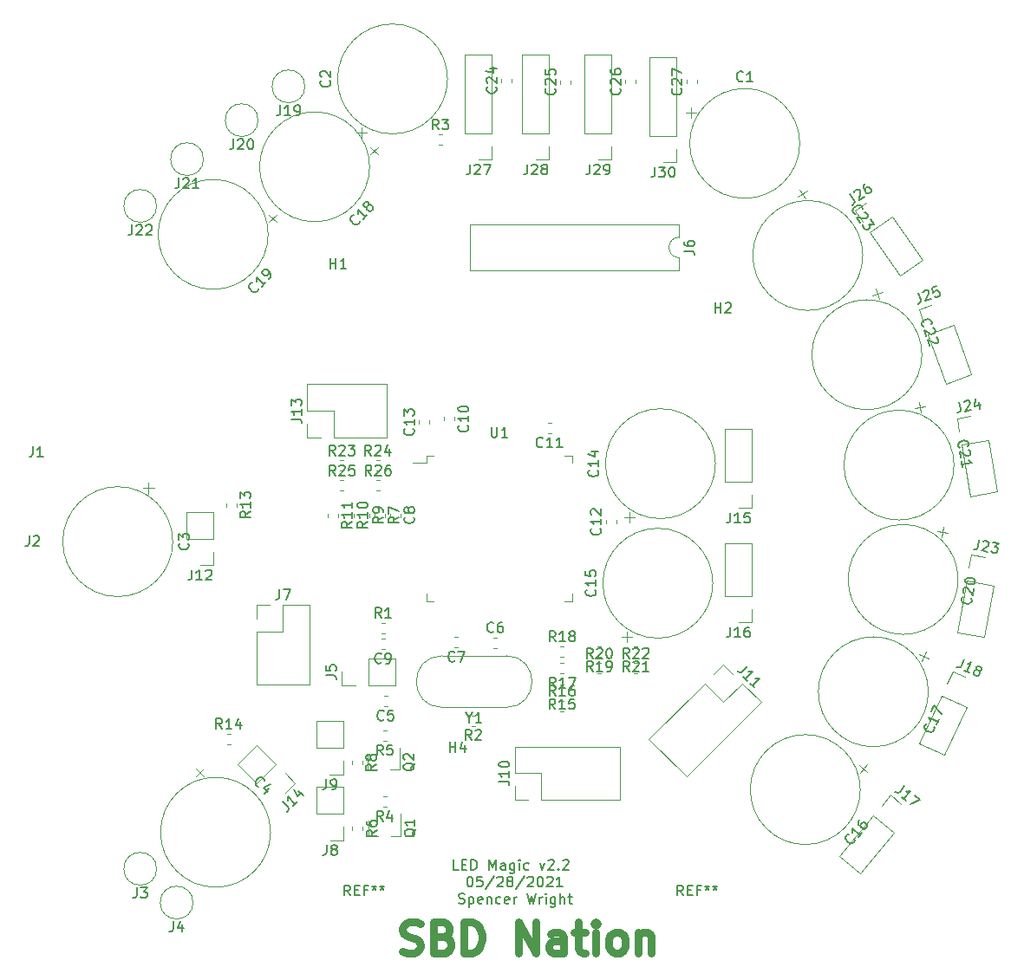
<source format=gbr>
%TF.GenerationSoftware,KiCad,Pcbnew,(5.1.6-0-10_14)*%
%TF.CreationDate,2021-08-28T18:32:45-05:00*%
%TF.ProjectId,atmega2560_led_driver,61746d65-6761-4323-9536-305f6c65645f,rev?*%
%TF.SameCoordinates,Original*%
%TF.FileFunction,Legend,Top*%
%TF.FilePolarity,Positive*%
%FSLAX46Y46*%
G04 Gerber Fmt 4.6, Leading zero omitted, Abs format (unit mm)*
G04 Created by KiCad (PCBNEW (5.1.6-0-10_14)) date 2021-08-28 18:32:45*
%MOMM*%
%LPD*%
G01*
G04 APERTURE LIST*
%ADD10C,0.750000*%
%ADD11C,0.150000*%
%ADD12C,0.120000*%
G04 APERTURE END LIST*
D10*
X144757714Y-146756285D02*
X145186285Y-146899142D01*
X145900571Y-146899142D01*
X146186285Y-146756285D01*
X146329142Y-146613428D01*
X146472000Y-146327714D01*
X146472000Y-146042000D01*
X146329142Y-145756285D01*
X146186285Y-145613428D01*
X145900571Y-145470571D01*
X145329142Y-145327714D01*
X145043428Y-145184857D01*
X144900571Y-145042000D01*
X144757714Y-144756285D01*
X144757714Y-144470571D01*
X144900571Y-144184857D01*
X145043428Y-144042000D01*
X145329142Y-143899142D01*
X146043428Y-143899142D01*
X146472000Y-144042000D01*
X148757714Y-145327714D02*
X149186285Y-145470571D01*
X149329142Y-145613428D01*
X149472000Y-145899142D01*
X149472000Y-146327714D01*
X149329142Y-146613428D01*
X149186285Y-146756285D01*
X148900571Y-146899142D01*
X147757714Y-146899142D01*
X147757714Y-143899142D01*
X148757714Y-143899142D01*
X149043428Y-144042000D01*
X149186285Y-144184857D01*
X149329142Y-144470571D01*
X149329142Y-144756285D01*
X149186285Y-145042000D01*
X149043428Y-145184857D01*
X148757714Y-145327714D01*
X147757714Y-145327714D01*
X150757714Y-146899142D02*
X150757714Y-143899142D01*
X151472000Y-143899142D01*
X151900571Y-144042000D01*
X152186285Y-144327714D01*
X152329142Y-144613428D01*
X152472000Y-145184857D01*
X152472000Y-145613428D01*
X152329142Y-146184857D01*
X152186285Y-146470571D01*
X151900571Y-146756285D01*
X151472000Y-146899142D01*
X150757714Y-146899142D01*
X156043428Y-146899142D02*
X156043428Y-143899142D01*
X157757714Y-146899142D01*
X157757714Y-143899142D01*
X160472000Y-146899142D02*
X160472000Y-145327714D01*
X160329142Y-145042000D01*
X160043428Y-144899142D01*
X159472000Y-144899142D01*
X159186285Y-145042000D01*
X160472000Y-146756285D02*
X160186285Y-146899142D01*
X159472000Y-146899142D01*
X159186285Y-146756285D01*
X159043428Y-146470571D01*
X159043428Y-146184857D01*
X159186285Y-145899142D01*
X159472000Y-145756285D01*
X160186285Y-145756285D01*
X160472000Y-145613428D01*
X161472000Y-144899142D02*
X162614857Y-144899142D01*
X161900571Y-143899142D02*
X161900571Y-146470571D01*
X162043428Y-146756285D01*
X162329142Y-146899142D01*
X162614857Y-146899142D01*
X163614857Y-146899142D02*
X163614857Y-144899142D01*
X163614857Y-143899142D02*
X163471999Y-144042000D01*
X163614857Y-144184857D01*
X163757714Y-144042000D01*
X163614857Y-143899142D01*
X163614857Y-144184857D01*
X165471999Y-146899142D02*
X165186285Y-146756285D01*
X165043428Y-146613428D01*
X164900571Y-146327714D01*
X164900571Y-145470571D01*
X165043428Y-145184857D01*
X165186285Y-145042000D01*
X165471999Y-144899142D01*
X165900571Y-144899142D01*
X166186285Y-145042000D01*
X166329142Y-145184857D01*
X166471999Y-145470571D01*
X166471999Y-146327714D01*
X166329142Y-146613428D01*
X166186285Y-146756285D01*
X165900571Y-146899142D01*
X165471999Y-146899142D01*
X167757714Y-144899142D02*
X167757714Y-146899142D01*
X167757714Y-145184857D02*
X167900571Y-145042000D01*
X168186285Y-144899142D01*
X168614857Y-144899142D01*
X168900571Y-145042000D01*
X169043428Y-145327714D01*
X169043428Y-146899142D01*
D11*
X150202000Y-138792380D02*
X149725809Y-138792380D01*
X149725809Y-137792380D01*
X150535333Y-138268571D02*
X150868666Y-138268571D01*
X151011523Y-138792380D02*
X150535333Y-138792380D01*
X150535333Y-137792380D01*
X151011523Y-137792380D01*
X151440095Y-138792380D02*
X151440095Y-137792380D01*
X151678190Y-137792380D01*
X151821047Y-137840000D01*
X151916285Y-137935238D01*
X151963904Y-138030476D01*
X152011523Y-138220952D01*
X152011523Y-138363809D01*
X151963904Y-138554285D01*
X151916285Y-138649523D01*
X151821047Y-138744761D01*
X151678190Y-138792380D01*
X151440095Y-138792380D01*
X153202000Y-138792380D02*
X153202000Y-137792380D01*
X153535333Y-138506666D01*
X153868666Y-137792380D01*
X153868666Y-138792380D01*
X154773428Y-138792380D02*
X154773428Y-138268571D01*
X154725809Y-138173333D01*
X154630571Y-138125714D01*
X154440095Y-138125714D01*
X154344857Y-138173333D01*
X154773428Y-138744761D02*
X154678190Y-138792380D01*
X154440095Y-138792380D01*
X154344857Y-138744761D01*
X154297238Y-138649523D01*
X154297238Y-138554285D01*
X154344857Y-138459047D01*
X154440095Y-138411428D01*
X154678190Y-138411428D01*
X154773428Y-138363809D01*
X155678190Y-138125714D02*
X155678190Y-138935238D01*
X155630571Y-139030476D01*
X155582952Y-139078095D01*
X155487714Y-139125714D01*
X155344857Y-139125714D01*
X155249619Y-139078095D01*
X155678190Y-138744761D02*
X155582952Y-138792380D01*
X155392476Y-138792380D01*
X155297238Y-138744761D01*
X155249619Y-138697142D01*
X155202000Y-138601904D01*
X155202000Y-138316190D01*
X155249619Y-138220952D01*
X155297238Y-138173333D01*
X155392476Y-138125714D01*
X155582952Y-138125714D01*
X155678190Y-138173333D01*
X156154380Y-138792380D02*
X156154380Y-138125714D01*
X156154380Y-137792380D02*
X156106761Y-137840000D01*
X156154380Y-137887619D01*
X156202000Y-137840000D01*
X156154380Y-137792380D01*
X156154380Y-137887619D01*
X157059142Y-138744761D02*
X156963904Y-138792380D01*
X156773428Y-138792380D01*
X156678190Y-138744761D01*
X156630571Y-138697142D01*
X156582952Y-138601904D01*
X156582952Y-138316190D01*
X156630571Y-138220952D01*
X156678190Y-138173333D01*
X156773428Y-138125714D01*
X156963904Y-138125714D01*
X157059142Y-138173333D01*
X158154380Y-138125714D02*
X158392476Y-138792380D01*
X158630571Y-138125714D01*
X158963904Y-137887619D02*
X159011523Y-137840000D01*
X159106761Y-137792380D01*
X159344857Y-137792380D01*
X159440095Y-137840000D01*
X159487714Y-137887619D01*
X159535333Y-137982857D01*
X159535333Y-138078095D01*
X159487714Y-138220952D01*
X158916285Y-138792380D01*
X159535333Y-138792380D01*
X159963904Y-138697142D02*
X160011523Y-138744761D01*
X159963904Y-138792380D01*
X159916285Y-138744761D01*
X159963904Y-138697142D01*
X159963904Y-138792380D01*
X160392476Y-137887619D02*
X160440095Y-137840000D01*
X160535333Y-137792380D01*
X160773428Y-137792380D01*
X160868666Y-137840000D01*
X160916285Y-137887619D01*
X160963904Y-137982857D01*
X160963904Y-138078095D01*
X160916285Y-138220952D01*
X160344857Y-138792380D01*
X160963904Y-138792380D01*
X151273428Y-139442380D02*
X151368666Y-139442380D01*
X151463904Y-139490000D01*
X151511523Y-139537619D01*
X151559142Y-139632857D01*
X151606761Y-139823333D01*
X151606761Y-140061428D01*
X151559142Y-140251904D01*
X151511523Y-140347142D01*
X151463904Y-140394761D01*
X151368666Y-140442380D01*
X151273428Y-140442380D01*
X151178190Y-140394761D01*
X151130571Y-140347142D01*
X151082952Y-140251904D01*
X151035333Y-140061428D01*
X151035333Y-139823333D01*
X151082952Y-139632857D01*
X151130571Y-139537619D01*
X151178190Y-139490000D01*
X151273428Y-139442380D01*
X152511523Y-139442380D02*
X152035333Y-139442380D01*
X151987714Y-139918571D01*
X152035333Y-139870952D01*
X152130571Y-139823333D01*
X152368666Y-139823333D01*
X152463904Y-139870952D01*
X152511523Y-139918571D01*
X152559142Y-140013809D01*
X152559142Y-140251904D01*
X152511523Y-140347142D01*
X152463904Y-140394761D01*
X152368666Y-140442380D01*
X152130571Y-140442380D01*
X152035333Y-140394761D01*
X151987714Y-140347142D01*
X153702000Y-139394761D02*
X152844857Y-140680476D01*
X153987714Y-139537619D02*
X154035333Y-139490000D01*
X154130571Y-139442380D01*
X154368666Y-139442380D01*
X154463904Y-139490000D01*
X154511523Y-139537619D01*
X154559142Y-139632857D01*
X154559142Y-139728095D01*
X154511523Y-139870952D01*
X153940095Y-140442380D01*
X154559142Y-140442380D01*
X155130571Y-139870952D02*
X155035333Y-139823333D01*
X154987714Y-139775714D01*
X154940095Y-139680476D01*
X154940095Y-139632857D01*
X154987714Y-139537619D01*
X155035333Y-139490000D01*
X155130571Y-139442380D01*
X155321047Y-139442380D01*
X155416285Y-139490000D01*
X155463904Y-139537619D01*
X155511523Y-139632857D01*
X155511523Y-139680476D01*
X155463904Y-139775714D01*
X155416285Y-139823333D01*
X155321047Y-139870952D01*
X155130571Y-139870952D01*
X155035333Y-139918571D01*
X154987714Y-139966190D01*
X154940095Y-140061428D01*
X154940095Y-140251904D01*
X154987714Y-140347142D01*
X155035333Y-140394761D01*
X155130571Y-140442380D01*
X155321047Y-140442380D01*
X155416285Y-140394761D01*
X155463904Y-140347142D01*
X155511523Y-140251904D01*
X155511523Y-140061428D01*
X155463904Y-139966190D01*
X155416285Y-139918571D01*
X155321047Y-139870952D01*
X156654380Y-139394761D02*
X155797238Y-140680476D01*
X156940095Y-139537619D02*
X156987714Y-139490000D01*
X157082952Y-139442380D01*
X157321047Y-139442380D01*
X157416285Y-139490000D01*
X157463904Y-139537619D01*
X157511523Y-139632857D01*
X157511523Y-139728095D01*
X157463904Y-139870952D01*
X156892476Y-140442380D01*
X157511523Y-140442380D01*
X158130571Y-139442380D02*
X158225809Y-139442380D01*
X158321047Y-139490000D01*
X158368666Y-139537619D01*
X158416285Y-139632857D01*
X158463904Y-139823333D01*
X158463904Y-140061428D01*
X158416285Y-140251904D01*
X158368666Y-140347142D01*
X158321047Y-140394761D01*
X158225809Y-140442380D01*
X158130571Y-140442380D01*
X158035333Y-140394761D01*
X157987714Y-140347142D01*
X157940095Y-140251904D01*
X157892476Y-140061428D01*
X157892476Y-139823333D01*
X157940095Y-139632857D01*
X157987714Y-139537619D01*
X158035333Y-139490000D01*
X158130571Y-139442380D01*
X158844857Y-139537619D02*
X158892476Y-139490000D01*
X158987714Y-139442380D01*
X159225809Y-139442380D01*
X159321047Y-139490000D01*
X159368666Y-139537619D01*
X159416285Y-139632857D01*
X159416285Y-139728095D01*
X159368666Y-139870952D01*
X158797238Y-140442380D01*
X159416285Y-140442380D01*
X160368666Y-140442380D02*
X159797238Y-140442380D01*
X160082952Y-140442380D02*
X160082952Y-139442380D01*
X159987714Y-139585238D01*
X159892476Y-139680476D01*
X159797238Y-139728095D01*
X150225809Y-142044761D02*
X150368666Y-142092380D01*
X150606761Y-142092380D01*
X150702000Y-142044761D01*
X150749619Y-141997142D01*
X150797238Y-141901904D01*
X150797238Y-141806666D01*
X150749619Y-141711428D01*
X150702000Y-141663809D01*
X150606761Y-141616190D01*
X150416285Y-141568571D01*
X150321047Y-141520952D01*
X150273428Y-141473333D01*
X150225809Y-141378095D01*
X150225809Y-141282857D01*
X150273428Y-141187619D01*
X150321047Y-141140000D01*
X150416285Y-141092380D01*
X150654380Y-141092380D01*
X150797238Y-141140000D01*
X151225809Y-141425714D02*
X151225809Y-142425714D01*
X151225809Y-141473333D02*
X151321047Y-141425714D01*
X151511523Y-141425714D01*
X151606761Y-141473333D01*
X151654380Y-141520952D01*
X151702000Y-141616190D01*
X151702000Y-141901904D01*
X151654380Y-141997142D01*
X151606761Y-142044761D01*
X151511523Y-142092380D01*
X151321047Y-142092380D01*
X151225809Y-142044761D01*
X152511523Y-142044761D02*
X152416285Y-142092380D01*
X152225809Y-142092380D01*
X152130571Y-142044761D01*
X152082952Y-141949523D01*
X152082952Y-141568571D01*
X152130571Y-141473333D01*
X152225809Y-141425714D01*
X152416285Y-141425714D01*
X152511523Y-141473333D01*
X152559142Y-141568571D01*
X152559142Y-141663809D01*
X152082952Y-141759047D01*
X152987714Y-141425714D02*
X152987714Y-142092380D01*
X152987714Y-141520952D02*
X153035333Y-141473333D01*
X153130571Y-141425714D01*
X153273428Y-141425714D01*
X153368666Y-141473333D01*
X153416285Y-141568571D01*
X153416285Y-142092380D01*
X154321047Y-142044761D02*
X154225809Y-142092380D01*
X154035333Y-142092380D01*
X153940095Y-142044761D01*
X153892476Y-141997142D01*
X153844857Y-141901904D01*
X153844857Y-141616190D01*
X153892476Y-141520952D01*
X153940095Y-141473333D01*
X154035333Y-141425714D01*
X154225809Y-141425714D01*
X154321047Y-141473333D01*
X155130571Y-142044761D02*
X155035333Y-142092380D01*
X154844857Y-142092380D01*
X154749619Y-142044761D01*
X154702000Y-141949523D01*
X154702000Y-141568571D01*
X154749619Y-141473333D01*
X154844857Y-141425714D01*
X155035333Y-141425714D01*
X155130571Y-141473333D01*
X155178190Y-141568571D01*
X155178190Y-141663809D01*
X154702000Y-141759047D01*
X155606761Y-142092380D02*
X155606761Y-141425714D01*
X155606761Y-141616190D02*
X155654380Y-141520952D01*
X155702000Y-141473333D01*
X155797238Y-141425714D01*
X155892476Y-141425714D01*
X156892476Y-141092380D02*
X157130571Y-142092380D01*
X157321047Y-141378095D01*
X157511523Y-142092380D01*
X157749619Y-141092380D01*
X158130571Y-142092380D02*
X158130571Y-141425714D01*
X158130571Y-141616190D02*
X158178190Y-141520952D01*
X158225809Y-141473333D01*
X158321047Y-141425714D01*
X158416285Y-141425714D01*
X158749619Y-142092380D02*
X158749619Y-141425714D01*
X158749619Y-141092380D02*
X158702000Y-141140000D01*
X158749619Y-141187619D01*
X158797238Y-141140000D01*
X158749619Y-141092380D01*
X158749619Y-141187619D01*
X159654380Y-141425714D02*
X159654380Y-142235238D01*
X159606761Y-142330476D01*
X159559142Y-142378095D01*
X159463904Y-142425714D01*
X159321047Y-142425714D01*
X159225809Y-142378095D01*
X159654380Y-142044761D02*
X159559142Y-142092380D01*
X159368666Y-142092380D01*
X159273428Y-142044761D01*
X159225809Y-141997142D01*
X159178190Y-141901904D01*
X159178190Y-141616190D01*
X159225809Y-141520952D01*
X159273428Y-141473333D01*
X159368666Y-141425714D01*
X159559142Y-141425714D01*
X159654380Y-141473333D01*
X160130571Y-142092380D02*
X160130571Y-141092380D01*
X160559142Y-142092380D02*
X160559142Y-141568571D01*
X160511523Y-141473333D01*
X160416285Y-141425714D01*
X160273428Y-141425714D01*
X160178190Y-141473333D01*
X160130571Y-141520952D01*
X160892476Y-141425714D02*
X161273428Y-141425714D01*
X161035333Y-141092380D02*
X161035333Y-141949523D01*
X161082952Y-142044761D01*
X161178190Y-142092380D01*
X161273428Y-142092380D01*
D12*
%TO.C,C6*%
X153611733Y-116076000D02*
X153954267Y-116076000D01*
X153611733Y-117096000D02*
X153954267Y-117096000D01*
%TO.C,C7*%
X150172267Y-117070000D02*
X149829733Y-117070000D01*
X150172267Y-116050000D02*
X149829733Y-116050000D01*
%TO.C,J3*%
X120726781Y-138684000D02*
G75*
G03*
X120726781Y-138684000I-1600781J0D01*
G01*
%TO.C,J4*%
X124282781Y-141986000D02*
G75*
G03*
X124282781Y-141986000I-1600781J0D01*
G01*
%TO.C,J5*%
X144006000Y-120770000D02*
X144006000Y-118110000D01*
X141406000Y-120770000D02*
X144006000Y-120770000D01*
X141406000Y-118110000D02*
X144006000Y-118110000D01*
X141406000Y-120770000D02*
X141406000Y-118110000D01*
X140136000Y-120770000D02*
X138806000Y-120770000D01*
X138806000Y-120770000D02*
X138806000Y-119440000D01*
%TO.C,J8*%
X138996000Y-130690000D02*
X136336000Y-130690000D01*
X138996000Y-133290000D02*
X138996000Y-130690000D01*
X136336000Y-133290000D02*
X136336000Y-130690000D01*
X138996000Y-133290000D02*
X136336000Y-133290000D01*
X138996000Y-134560000D02*
X138996000Y-135890000D01*
X138996000Y-135890000D02*
X137666000Y-135890000D01*
%TO.C,J9*%
X138966000Y-129480000D02*
X137636000Y-129480000D01*
X138966000Y-128150000D02*
X138966000Y-129480000D01*
X138966000Y-126880000D02*
X136306000Y-126880000D01*
X136306000Y-126880000D02*
X136306000Y-124280000D01*
X138966000Y-126880000D02*
X138966000Y-124280000D01*
X138966000Y-124280000D02*
X136306000Y-124280000D01*
%TO.C,J12*%
X126298000Y-109026000D02*
X124968000Y-109026000D01*
X126298000Y-107696000D02*
X126298000Y-109026000D01*
X126298000Y-106426000D02*
X123638000Y-106426000D01*
X123638000Y-106426000D02*
X123638000Y-103826000D01*
X126298000Y-106426000D02*
X126298000Y-103826000D01*
X126298000Y-103826000D02*
X123638000Y-103826000D01*
%TO.C,J14*%
X130537949Y-126625045D02*
X128657045Y-128505949D01*
X132376426Y-128463522D02*
X130537949Y-126625045D01*
X130495522Y-130344426D02*
X128657045Y-128505949D01*
X132376426Y-128463522D02*
X130495522Y-130344426D01*
X133274452Y-129361548D02*
X134214904Y-130302000D01*
X134214904Y-130302000D02*
X133274452Y-131242452D01*
%TO.C,J15*%
X178876000Y-103438000D02*
X177546000Y-103438000D01*
X178876000Y-102108000D02*
X178876000Y-103438000D01*
X178876000Y-100838000D02*
X176216000Y-100838000D01*
X176216000Y-100838000D02*
X176216000Y-95698000D01*
X178876000Y-100838000D02*
X178876000Y-95698000D01*
X178876000Y-95698000D02*
X176216000Y-95698000D01*
%TO.C,J16*%
X178876000Y-106874000D02*
X176216000Y-106874000D01*
X178876000Y-112014000D02*
X178876000Y-106874000D01*
X176216000Y-112014000D02*
X176216000Y-106874000D01*
X178876000Y-112014000D02*
X176216000Y-112014000D01*
X178876000Y-113284000D02*
X178876000Y-114614000D01*
X178876000Y-114614000D02*
X177546000Y-114614000D01*
%TO.C,J17*%
X192368068Y-131476253D02*
X193386908Y-132331161D01*
X191513161Y-132495092D02*
X192368068Y-131476253D01*
X190696821Y-133467969D02*
X192734499Y-135177784D01*
X192734499Y-135177784D02*
X189430571Y-139115252D01*
X190696821Y-133467969D02*
X187392892Y-137405437D01*
X187392892Y-137405437D02*
X189430571Y-139115252D01*
%TO.C,J18*%
X195221628Y-126405351D02*
X197632406Y-127529515D01*
X197393885Y-121746929D02*
X195221628Y-126405351D01*
X199804664Y-122871093D02*
X197632406Y-127529515D01*
X197393885Y-121746929D02*
X199804664Y-122871093D01*
X197930611Y-120595918D02*
X198492693Y-119390528D01*
X198492693Y-119390528D02*
X199698082Y-119952611D01*
%TO.C,J19*%
X135204781Y-62230000D02*
G75*
G03*
X135204781Y-62230000I-1600781J0D01*
G01*
%TO.C,J20*%
X130632781Y-65532000D02*
G75*
G03*
X130632781Y-65532000I-1600781J0D01*
G01*
%TO.C,J21*%
X125298781Y-69342000D02*
G75*
G03*
X125298781Y-69342000I-1600781J0D01*
G01*
%TO.C,J22*%
X120726781Y-73914000D02*
G75*
G03*
X120726781Y-73914000I-1600781J0D01*
G01*
%TO.C,J23*%
X200276224Y-107971842D02*
X201586018Y-108202794D01*
X200045272Y-109281636D02*
X200276224Y-107971842D01*
X199824739Y-110532342D02*
X202444327Y-110994246D01*
X202444327Y-110994246D02*
X201551775Y-116056158D01*
X199824739Y-110532342D02*
X198932187Y-115594254D01*
X198932187Y-115594254D02*
X201551775Y-116056158D01*
%TO.C,J24*%
X200209291Y-102301570D02*
X202828879Y-101839666D01*
X199316739Y-97239658D02*
X200209291Y-102301570D01*
X201936327Y-96777754D02*
X202828879Y-101839666D01*
X199316739Y-97239658D02*
X201936327Y-96777754D01*
X199096206Y-95988952D02*
X198865254Y-94679158D01*
X198865254Y-94679158D02*
X200175048Y-94448206D01*
%TO.C,J25*%
X195145322Y-84041096D02*
X196395113Y-83586209D01*
X195600209Y-85290887D02*
X195145322Y-84041096D01*
X196034574Y-86484296D02*
X198534157Y-85574523D01*
X198534157Y-85574523D02*
X200292140Y-90404543D01*
X196034574Y-86484296D02*
X197792558Y-91314316D01*
X197792558Y-91314316D02*
X200292140Y-90404543D01*
%TO.C,J26*%
X193341153Y-80689621D02*
X195520097Y-79163908D01*
X190392970Y-76479180D02*
X193341153Y-80689621D01*
X192571914Y-74953466D02*
X195520097Y-79163908D01*
X190392970Y-76479180D02*
X192571914Y-74953466D01*
X189664528Y-75438857D02*
X188901671Y-74349384D01*
X188901671Y-74349384D02*
X189991143Y-73586528D01*
%TO.C,Q1*%
X141406000Y-135460000D02*
X142336000Y-135460000D01*
X144566000Y-135460000D02*
X143636000Y-135460000D01*
X144566000Y-135460000D02*
X144566000Y-133300000D01*
X141406000Y-135460000D02*
X141406000Y-134000000D01*
%TO.C,Q2*%
X141306000Y-129018000D02*
X141306000Y-127558000D01*
X144466000Y-129018000D02*
X144466000Y-126858000D01*
X144466000Y-129018000D02*
X143536000Y-129018000D01*
X141306000Y-129018000D02*
X142236000Y-129018000D01*
%TO.C,R15*%
X160468266Y-120702999D02*
X160125732Y-120702999D01*
X160468266Y-121722999D02*
X160125732Y-121722999D01*
%TO.C,R16*%
X160144733Y-122250000D02*
X160487267Y-122250000D01*
X160144733Y-123270000D02*
X160487267Y-123270000D01*
%TO.C,R17*%
X160497267Y-118600000D02*
X160154733Y-118600000D01*
X160497267Y-119620000D02*
X160154733Y-119620000D01*
%TO.C,R18*%
X160154733Y-116940000D02*
X160497267Y-116940000D01*
X160154733Y-117960000D02*
X160497267Y-117960000D01*
%TO.C,R19*%
X164120266Y-116994999D02*
X163777732Y-116994999D01*
X164120266Y-118014999D02*
X163777732Y-118014999D01*
%TO.C,R20*%
X163779733Y-119610000D02*
X164122267Y-119610000D01*
X163779733Y-118590000D02*
X164122267Y-118590000D01*
%TO.C,R21*%
X167687267Y-117000000D02*
X167344733Y-117000000D01*
X167687267Y-118020000D02*
X167344733Y-118020000D01*
%TO.C,R22*%
X167345734Y-118575001D02*
X167688268Y-118575001D01*
X167345734Y-119595001D02*
X167688268Y-119595001D01*
%TO.C,R23*%
X138639733Y-99780000D02*
X138982267Y-99780000D01*
X138639733Y-98760000D02*
X138982267Y-98760000D01*
%TO.C,R24*%
X142144733Y-98760000D02*
X142487267Y-98760000D01*
X142144733Y-99780000D02*
X142487267Y-99780000D01*
%TO.C,R25*%
X138649733Y-101740000D02*
X138992267Y-101740000D01*
X138649733Y-100720000D02*
X138992267Y-100720000D01*
%TO.C,R26*%
X142169733Y-100720000D02*
X142512267Y-100720000D01*
X142169733Y-101740000D02*
X142512267Y-101740000D01*
%TO.C,U1*%
X160588000Y-112520000D02*
X161288000Y-112520000D01*
X161288000Y-112520000D02*
X161288000Y-111820000D01*
X147768000Y-112520000D02*
X147068000Y-112520000D01*
X147068000Y-112520000D02*
X147068000Y-111820000D01*
X160588000Y-98300000D02*
X161288000Y-98300000D01*
X161288000Y-98300000D02*
X161288000Y-99000000D01*
X147768000Y-98300000D02*
X147068000Y-98300000D01*
X147068000Y-98300000D02*
X147068000Y-99000000D01*
X147068000Y-99000000D02*
X145778000Y-99000000D01*
%TO.C,Y1*%
X154863000Y-122921000D02*
X148613000Y-122921000D01*
X154863000Y-117871000D02*
X148613000Y-117871000D01*
X154863000Y-117871000D02*
G75*
G02*
X154863000Y-122921000I0J-2525000D01*
G01*
X148613000Y-117871000D02*
G75*
G03*
X148613000Y-122921000I0J-2525000D01*
G01*
%TO.C,C1*%
X172933867Y-64270000D02*
X172933867Y-65320000D01*
X172408867Y-64795000D02*
X173458867Y-64795000D01*
X183526000Y-67810000D02*
G75*
G03*
X183526000Y-67810000I-5370000J0D01*
G01*
%TO.C,C2*%
X140224000Y-66730133D02*
X141274000Y-66730133D01*
X140749000Y-67255133D02*
X140749000Y-66205133D01*
X149134000Y-61508000D02*
G75*
G03*
X149134000Y-61508000I-5370000J0D01*
G01*
%TO.C,C3*%
X122306000Y-106720000D02*
G75*
G03*
X122306000Y-106720000I-5370000J0D01*
G01*
X119951000Y-100972867D02*
X119951000Y-102022867D01*
X120476000Y-101497867D02*
X119426000Y-101497867D01*
%TO.C,C4*%
X125292319Y-128922003D02*
X124549857Y-129664465D01*
X124549857Y-128922003D02*
X125292319Y-129664465D01*
X131851766Y-135117767D02*
G75*
G03*
X131851766Y-135117767I-5369999J0D01*
G01*
%TO.C,C5*%
X143247267Y-121810000D02*
X142904733Y-121810000D01*
X143247267Y-122830000D02*
X142904733Y-122830000D01*
%TO.C,C8*%
X144528000Y-103968733D02*
X144528000Y-104311267D01*
X143508000Y-103968733D02*
X143508000Y-104311267D01*
%TO.C,C9*%
X143002267Y-116220000D02*
X142659733Y-116220000D01*
X143002267Y-117240000D02*
X142659733Y-117240000D01*
%TO.C,C10*%
X149806000Y-94553733D02*
X149806000Y-94896267D01*
X148786000Y-94553733D02*
X148786000Y-94896267D01*
%TO.C,C11*%
X159252267Y-96140000D02*
X158909733Y-96140000D01*
X159252267Y-95120000D02*
X158909733Y-95120000D01*
%TO.C,C12*%
X165610000Y-104960267D02*
X165610000Y-104617733D01*
X164590000Y-104960267D02*
X164590000Y-104617733D01*
%TO.C,C13*%
X146336000Y-95226267D02*
X146336000Y-94883733D01*
X147356000Y-95226267D02*
X147356000Y-94883733D01*
%TO.C,C14*%
X175296000Y-99100000D02*
G75*
G03*
X175296000Y-99100000I-5370000J0D01*
G01*
X166911000Y-104847133D02*
X166911000Y-103797133D01*
X166386000Y-104322133D02*
X167436000Y-104322133D01*
%TO.C,C15*%
X166132000Y-116006133D02*
X167182000Y-116006133D01*
X166657000Y-116531133D02*
X166657000Y-115481133D01*
X175042000Y-110784000D02*
G75*
G03*
X175042000Y-110784000I-5370000J0D01*
G01*
%TO.C,C16*%
X189437031Y-130947111D02*
G75*
G03*
X189437031Y-130947111I-5370000J0D01*
G01*
X190070841Y-128482556D02*
X189395914Y-129286903D01*
X190135551Y-129222193D02*
X189331204Y-128547266D01*
%TO.C,C17*%
X196128753Y-118154978D02*
X195177130Y-117711229D01*
X195874816Y-117457292D02*
X195431067Y-118408915D01*
X196083454Y-121391769D02*
G75*
G03*
X196083454Y-121391769I-5370000J0D01*
G01*
%TO.C,C18*%
X141524232Y-70093767D02*
G75*
G03*
X141524232Y-70093767I-5369999J0D01*
G01*
X142349997Y-68161857D02*
X141607535Y-68904319D01*
X142349997Y-68904319D02*
X141607535Y-68161857D01*
%TO.C,C19*%
X131618232Y-76697767D02*
G75*
G03*
X131618232Y-76697767I-5369999J0D01*
G01*
X132443997Y-74765857D02*
X131701535Y-75508319D01*
X132443997Y-75508319D02*
X131701535Y-74765857D01*
%TO.C,C20*%
X198014913Y-105883937D02*
X196980865Y-105701606D01*
X197589054Y-105275748D02*
X197406724Y-106309796D01*
X198991880Y-110412019D02*
G75*
G03*
X198991880Y-110412019I-5370000J0D01*
G01*
%TO.C,C21*%
X198590120Y-99236019D02*
G75*
G03*
X198590120Y-99236019I-5370000J0D01*
G01*
X195191337Y-93052649D02*
X195373667Y-94086697D01*
X195799526Y-93478508D02*
X194765478Y-93660838D01*
%TO.C,C22*%
X195455050Y-88455232D02*
G75*
G03*
X195455050Y-88455232I-5370000J0D01*
G01*
X190952588Y-82023502D02*
X191311710Y-83010180D01*
X191625488Y-82337280D02*
X190638810Y-82696402D01*
%TO.C,C23*%
X184218447Y-72447699D02*
X183358337Y-73049954D01*
X183487264Y-72318771D02*
X184089520Y-73178881D01*
X189683942Y-78755880D02*
G75*
G03*
X189683942Y-78755880I-5370001J0D01*
G01*
%TO.C,C24*%
X155416000Y-61811267D02*
X155416000Y-61468733D01*
X154396000Y-61811267D02*
X154396000Y-61468733D01*
%TO.C,C25*%
X161166000Y-61976267D02*
X161166000Y-61633733D01*
X160146000Y-61976267D02*
X160146000Y-61633733D01*
%TO.C,C26*%
X167536000Y-61946267D02*
X167536000Y-61603733D01*
X166516000Y-61946267D02*
X166516000Y-61603733D01*
%TO.C,C27*%
X173506000Y-61961267D02*
X173506000Y-61618733D01*
X172486000Y-61961267D02*
X172486000Y-61618733D01*
%TO.C,R1*%
X142659733Y-115650000D02*
X143002267Y-115650000D01*
X142659733Y-114630000D02*
X143002267Y-114630000D01*
%TO.C,R2*%
X151809267Y-124716000D02*
X151466733Y-124716000D01*
X151809267Y-123696000D02*
X151466733Y-123696000D01*
%TO.C,R3*%
X148274733Y-66920000D02*
X148617267Y-66920000D01*
X148274733Y-67940000D02*
X148617267Y-67940000D01*
%TO.C,R4*%
X143167267Y-132650000D02*
X142824733Y-132650000D01*
X143167267Y-131630000D02*
X142824733Y-131630000D01*
%TO.C,R5*%
X143172267Y-126210000D02*
X142829733Y-126210000D01*
X143172267Y-125190000D02*
X142829733Y-125190000D01*
%TO.C,R6*%
X139846000Y-134573733D02*
X139846000Y-134916267D01*
X140866000Y-134573733D02*
X140866000Y-134916267D01*
%TO.C,R7*%
X141976000Y-103963733D02*
X141976000Y-104306267D01*
X142996000Y-103963733D02*
X142996000Y-104306267D01*
%TO.C,R8*%
X139796000Y-128138733D02*
X139796000Y-128481267D01*
X140816000Y-128138733D02*
X140816000Y-128481267D01*
%TO.C,R9*%
X141476000Y-103964733D02*
X141476000Y-104307267D01*
X140456000Y-103964733D02*
X140456000Y-104307267D01*
%TO.C,R10*%
X139952000Y-103964733D02*
X139952000Y-104307267D01*
X138932000Y-103964733D02*
X138932000Y-104307267D01*
%TO.C,R11*%
X137408000Y-103964733D02*
X137408000Y-104307267D01*
X138428000Y-103964733D02*
X138428000Y-104307267D01*
%TO.C,R13*%
X128526000Y-102952733D02*
X128526000Y-103295267D01*
X127506000Y-102952733D02*
X127506000Y-103295267D01*
%TO.C,R14*%
X127590733Y-126494000D02*
X127933267Y-126494000D01*
X127590733Y-125474000D02*
X127933267Y-125474000D01*
%TO.C,J7*%
X130456000Y-120670000D02*
X135656000Y-120670000D01*
X130456000Y-115530000D02*
X130456000Y-120670000D01*
X135656000Y-112930000D02*
X135656000Y-120670000D01*
X130456000Y-115530000D02*
X133056000Y-115530000D01*
X133056000Y-115530000D02*
X133056000Y-112930000D01*
X133056000Y-112930000D02*
X135656000Y-112930000D01*
X130456000Y-114260000D02*
X130456000Y-112930000D01*
X130456000Y-112930000D02*
X131786000Y-112930000D01*
%TO.C,J10*%
X165986000Y-131940000D02*
X165986000Y-126740000D01*
X158306000Y-131940000D02*
X165986000Y-131940000D01*
X155706000Y-126740000D02*
X165986000Y-126740000D01*
X158306000Y-131940000D02*
X158306000Y-129340000D01*
X158306000Y-129340000D02*
X155706000Y-129340000D01*
X155706000Y-129340000D02*
X155706000Y-126740000D01*
X157036000Y-131940000D02*
X155706000Y-131940000D01*
X155706000Y-131940000D02*
X155706000Y-130610000D01*
%TO.C,J11*%
X176076000Y-118719096D02*
X177016452Y-119659548D01*
X175135548Y-119659548D02*
X176076000Y-118719096D01*
X177914478Y-120557574D02*
X179752955Y-122396051D01*
X176076000Y-122396051D02*
X177914478Y-120557574D01*
X174237522Y-120557574D02*
X176076000Y-122396051D01*
X179752955Y-122396051D02*
X172483898Y-129665109D01*
X174237522Y-120557574D02*
X168806942Y-125988154D01*
X168806942Y-125988154D02*
X172483898Y-129665109D01*
%TO.C,J13*%
X135436000Y-96530000D02*
X135436000Y-95200000D01*
X136766000Y-96530000D02*
X135436000Y-96530000D01*
X135436000Y-93930000D02*
X135436000Y-91330000D01*
X138036000Y-93930000D02*
X135436000Y-93930000D01*
X138036000Y-96530000D02*
X138036000Y-93930000D01*
X135436000Y-91330000D02*
X143176000Y-91330000D01*
X138036000Y-96530000D02*
X143176000Y-96530000D01*
X143176000Y-96530000D02*
X143176000Y-91330000D01*
%TO.C,J6*%
X171764000Y-76978000D02*
X171764000Y-75728000D01*
X171764000Y-75728000D02*
X151324000Y-75728000D01*
X151324000Y-75728000D02*
X151324000Y-80228000D01*
X151324000Y-80228000D02*
X171764000Y-80228000D01*
X171764000Y-80228000D02*
X171764000Y-78978000D01*
X171764000Y-78978000D02*
G75*
G02*
X171764000Y-76978000I0J1000000D01*
G01*
%TO.C,J27*%
X153476000Y-69402000D02*
X152146000Y-69402000D01*
X153476000Y-68072000D02*
X153476000Y-69402000D01*
X153476000Y-66802000D02*
X150816000Y-66802000D01*
X150816000Y-66802000D02*
X150816000Y-59122000D01*
X153476000Y-66802000D02*
X153476000Y-59122000D01*
X153476000Y-59122000D02*
X150816000Y-59122000D01*
%TO.C,J28*%
X159064000Y-69402000D02*
X157734000Y-69402000D01*
X159064000Y-68072000D02*
X159064000Y-69402000D01*
X159064000Y-66802000D02*
X156404000Y-66802000D01*
X156404000Y-66802000D02*
X156404000Y-59122000D01*
X159064000Y-66802000D02*
X159064000Y-59122000D01*
X159064000Y-59122000D02*
X156404000Y-59122000D01*
%TO.C,J29*%
X165160000Y-59122000D02*
X162500000Y-59122000D01*
X165160000Y-66802000D02*
X165160000Y-59122000D01*
X162500000Y-66802000D02*
X162500000Y-59122000D01*
X165160000Y-66802000D02*
X162500000Y-66802000D01*
X165160000Y-68072000D02*
X165160000Y-69402000D01*
X165160000Y-69402000D02*
X163830000Y-69402000D01*
%TO.C,J30*%
X171510000Y-59376000D02*
X168850000Y-59376000D01*
X171510000Y-67056000D02*
X171510000Y-59376000D01*
X168850000Y-67056000D02*
X168850000Y-59376000D01*
X171510000Y-67056000D02*
X168850000Y-67056000D01*
X171510000Y-68326000D02*
X171510000Y-69656000D01*
X171510000Y-69656000D02*
X170180000Y-69656000D01*
%TO.C,REF\u002A\u002A*%
D11*
X139636666Y-141295380D02*
X139303333Y-140819190D01*
X139065238Y-141295380D02*
X139065238Y-140295380D01*
X139446190Y-140295380D01*
X139541428Y-140343000D01*
X139589047Y-140390619D01*
X139636666Y-140485857D01*
X139636666Y-140628714D01*
X139589047Y-140723952D01*
X139541428Y-140771571D01*
X139446190Y-140819190D01*
X139065238Y-140819190D01*
X140065238Y-140771571D02*
X140398571Y-140771571D01*
X140541428Y-141295380D02*
X140065238Y-141295380D01*
X140065238Y-140295380D01*
X140541428Y-140295380D01*
X141303333Y-140771571D02*
X140970000Y-140771571D01*
X140970000Y-141295380D02*
X140970000Y-140295380D01*
X141446190Y-140295380D01*
X141970000Y-140295380D02*
X141970000Y-140533476D01*
X141731904Y-140438238D02*
X141970000Y-140533476D01*
X142208095Y-140438238D01*
X141827142Y-140723952D02*
X141970000Y-140533476D01*
X142112857Y-140723952D01*
X142731904Y-140295380D02*
X142731904Y-140533476D01*
X142493809Y-140438238D02*
X142731904Y-140533476D01*
X142970000Y-140438238D01*
X142589047Y-140723952D02*
X142731904Y-140533476D01*
X142874761Y-140723952D01*
X172148666Y-141295380D02*
X171815333Y-140819190D01*
X171577238Y-141295380D02*
X171577238Y-140295380D01*
X171958190Y-140295380D01*
X172053428Y-140343000D01*
X172101047Y-140390619D01*
X172148666Y-140485857D01*
X172148666Y-140628714D01*
X172101047Y-140723952D01*
X172053428Y-140771571D01*
X171958190Y-140819190D01*
X171577238Y-140819190D01*
X172577238Y-140771571D02*
X172910571Y-140771571D01*
X173053428Y-141295380D02*
X172577238Y-141295380D01*
X172577238Y-140295380D01*
X173053428Y-140295380D01*
X173815333Y-140771571D02*
X173482000Y-140771571D01*
X173482000Y-141295380D02*
X173482000Y-140295380D01*
X173958190Y-140295380D01*
X174482000Y-140295380D02*
X174482000Y-140533476D01*
X174243904Y-140438238D02*
X174482000Y-140533476D01*
X174720095Y-140438238D01*
X174339142Y-140723952D02*
X174482000Y-140533476D01*
X174624857Y-140723952D01*
X175243904Y-140295380D02*
X175243904Y-140533476D01*
X175005809Y-140438238D02*
X175243904Y-140533476D01*
X175482000Y-140438238D01*
X175101047Y-140723952D02*
X175243904Y-140533476D01*
X175386761Y-140723952D01*
%TO.C,C6*%
X153616333Y-115513142D02*
X153568714Y-115560761D01*
X153425857Y-115608380D01*
X153330619Y-115608380D01*
X153187761Y-115560761D01*
X153092523Y-115465523D01*
X153044904Y-115370285D01*
X152997285Y-115179809D01*
X152997285Y-115036952D01*
X153044904Y-114846476D01*
X153092523Y-114751238D01*
X153187761Y-114656000D01*
X153330619Y-114608380D01*
X153425857Y-114608380D01*
X153568714Y-114656000D01*
X153616333Y-114703619D01*
X154473476Y-114608380D02*
X154283000Y-114608380D01*
X154187761Y-114656000D01*
X154140142Y-114703619D01*
X154044904Y-114846476D01*
X153997285Y-115036952D01*
X153997285Y-115417904D01*
X154044904Y-115513142D01*
X154092523Y-115560761D01*
X154187761Y-115608380D01*
X154378238Y-115608380D01*
X154473476Y-115560761D01*
X154521095Y-115513142D01*
X154568714Y-115417904D01*
X154568714Y-115179809D01*
X154521095Y-115084571D01*
X154473476Y-115036952D01*
X154378238Y-114989333D01*
X154187761Y-114989333D01*
X154092523Y-115036952D01*
X154044904Y-115084571D01*
X153997285Y-115179809D01*
%TO.C,C7*%
X149834333Y-118347142D02*
X149786714Y-118394761D01*
X149643857Y-118442380D01*
X149548619Y-118442380D01*
X149405761Y-118394761D01*
X149310523Y-118299523D01*
X149262904Y-118204285D01*
X149215285Y-118013809D01*
X149215285Y-117870952D01*
X149262904Y-117680476D01*
X149310523Y-117585238D01*
X149405761Y-117490000D01*
X149548619Y-117442380D01*
X149643857Y-117442380D01*
X149786714Y-117490000D01*
X149834333Y-117537619D01*
X150167666Y-117442380D02*
X150834333Y-117442380D01*
X150405761Y-118442380D01*
%TO.C,J3*%
X118792666Y-140536380D02*
X118792666Y-141250666D01*
X118745047Y-141393523D01*
X118649809Y-141488761D01*
X118506952Y-141536380D01*
X118411714Y-141536380D01*
X119173619Y-140536380D02*
X119792666Y-140536380D01*
X119459333Y-140917333D01*
X119602190Y-140917333D01*
X119697428Y-140964952D01*
X119745047Y-141012571D01*
X119792666Y-141107809D01*
X119792666Y-141345904D01*
X119745047Y-141441142D01*
X119697428Y-141488761D01*
X119602190Y-141536380D01*
X119316476Y-141536380D01*
X119221238Y-141488761D01*
X119173619Y-141441142D01*
%TO.C,J4*%
X122348666Y-143838380D02*
X122348666Y-144552666D01*
X122301047Y-144695523D01*
X122205809Y-144790761D01*
X122062952Y-144838380D01*
X121967714Y-144838380D01*
X123253428Y-144171714D02*
X123253428Y-144838380D01*
X123015333Y-143790761D02*
X122777238Y-144505047D01*
X123396285Y-144505047D01*
%TO.C,J5*%
X137258380Y-119773333D02*
X137972666Y-119773333D01*
X138115523Y-119820952D01*
X138210761Y-119916190D01*
X138258380Y-120059047D01*
X138258380Y-120154285D01*
X137258380Y-118820952D02*
X137258380Y-119297142D01*
X137734571Y-119344761D01*
X137686952Y-119297142D01*
X137639333Y-119201904D01*
X137639333Y-118963809D01*
X137686952Y-118868571D01*
X137734571Y-118820952D01*
X137829809Y-118773333D01*
X138067904Y-118773333D01*
X138163142Y-118820952D01*
X138210761Y-118868571D01*
X138258380Y-118963809D01*
X138258380Y-119201904D01*
X138210761Y-119297142D01*
X138163142Y-119344761D01*
%TO.C,J8*%
X137332666Y-136342380D02*
X137332666Y-137056666D01*
X137285047Y-137199523D01*
X137189809Y-137294761D01*
X137046952Y-137342380D01*
X136951714Y-137342380D01*
X137951714Y-136770952D02*
X137856476Y-136723333D01*
X137808857Y-136675714D01*
X137761238Y-136580476D01*
X137761238Y-136532857D01*
X137808857Y-136437619D01*
X137856476Y-136390000D01*
X137951714Y-136342380D01*
X138142190Y-136342380D01*
X138237428Y-136390000D01*
X138285047Y-136437619D01*
X138332666Y-136532857D01*
X138332666Y-136580476D01*
X138285047Y-136675714D01*
X138237428Y-136723333D01*
X138142190Y-136770952D01*
X137951714Y-136770952D01*
X137856476Y-136818571D01*
X137808857Y-136866190D01*
X137761238Y-136961428D01*
X137761238Y-137151904D01*
X137808857Y-137247142D01*
X137856476Y-137294761D01*
X137951714Y-137342380D01*
X138142190Y-137342380D01*
X138237428Y-137294761D01*
X138285047Y-137247142D01*
X138332666Y-137151904D01*
X138332666Y-136961428D01*
X138285047Y-136866190D01*
X138237428Y-136818571D01*
X138142190Y-136770952D01*
%TO.C,J9*%
X137302666Y-129932380D02*
X137302666Y-130646666D01*
X137255047Y-130789523D01*
X137159809Y-130884761D01*
X137016952Y-130932380D01*
X136921714Y-130932380D01*
X137826476Y-130932380D02*
X138016952Y-130932380D01*
X138112190Y-130884761D01*
X138159809Y-130837142D01*
X138255047Y-130694285D01*
X138302666Y-130503809D01*
X138302666Y-130122857D01*
X138255047Y-130027619D01*
X138207428Y-129980000D01*
X138112190Y-129932380D01*
X137921714Y-129932380D01*
X137826476Y-129980000D01*
X137778857Y-130027619D01*
X137731238Y-130122857D01*
X137731238Y-130360952D01*
X137778857Y-130456190D01*
X137826476Y-130503809D01*
X137921714Y-130551428D01*
X138112190Y-130551428D01*
X138207428Y-130503809D01*
X138255047Y-130456190D01*
X138302666Y-130360952D01*
%TO.C,J12*%
X124158476Y-109478380D02*
X124158476Y-110192666D01*
X124110857Y-110335523D01*
X124015619Y-110430761D01*
X123872761Y-110478380D01*
X123777523Y-110478380D01*
X125158476Y-110478380D02*
X124587047Y-110478380D01*
X124872761Y-110478380D02*
X124872761Y-109478380D01*
X124777523Y-109621238D01*
X124682285Y-109716476D01*
X124587047Y-109764095D01*
X125539428Y-109573619D02*
X125587047Y-109526000D01*
X125682285Y-109478380D01*
X125920380Y-109478380D01*
X126015619Y-109526000D01*
X126063238Y-109573619D01*
X126110857Y-109668857D01*
X126110857Y-109764095D01*
X126063238Y-109906952D01*
X125491809Y-110478380D01*
X126110857Y-110478380D01*
%TO.C,J14*%
X133021914Y-132134753D02*
X133526990Y-132639829D01*
X133594333Y-132774516D01*
X133594333Y-132909203D01*
X133526990Y-133043890D01*
X133459646Y-133111234D01*
X134436127Y-132134753D02*
X134032066Y-132538814D01*
X134234097Y-132336784D02*
X133526990Y-131629677D01*
X133560662Y-131798036D01*
X133560662Y-131932723D01*
X133526990Y-132033738D01*
X134570814Y-131057257D02*
X135042219Y-131528662D01*
X134133081Y-130956242D02*
X134469799Y-131629677D01*
X134907532Y-131191944D01*
%TO.C,J15*%
X176736476Y-103890380D02*
X176736476Y-104604666D01*
X176688857Y-104747523D01*
X176593619Y-104842761D01*
X176450761Y-104890380D01*
X176355523Y-104890380D01*
X177736476Y-104890380D02*
X177165047Y-104890380D01*
X177450761Y-104890380D02*
X177450761Y-103890380D01*
X177355523Y-104033238D01*
X177260285Y-104128476D01*
X177165047Y-104176095D01*
X178641238Y-103890380D02*
X178165047Y-103890380D01*
X178117428Y-104366571D01*
X178165047Y-104318952D01*
X178260285Y-104271333D01*
X178498380Y-104271333D01*
X178593619Y-104318952D01*
X178641238Y-104366571D01*
X178688857Y-104461809D01*
X178688857Y-104699904D01*
X178641238Y-104795142D01*
X178593619Y-104842761D01*
X178498380Y-104890380D01*
X178260285Y-104890380D01*
X178165047Y-104842761D01*
X178117428Y-104795142D01*
%TO.C,J16*%
X176736476Y-115066380D02*
X176736476Y-115780666D01*
X176688857Y-115923523D01*
X176593619Y-116018761D01*
X176450761Y-116066380D01*
X176355523Y-116066380D01*
X177736476Y-116066380D02*
X177165047Y-116066380D01*
X177450761Y-116066380D02*
X177450761Y-115066380D01*
X177355523Y-115209238D01*
X177260285Y-115304476D01*
X177165047Y-115352095D01*
X178593619Y-115066380D02*
X178403142Y-115066380D01*
X178307904Y-115114000D01*
X178260285Y-115161619D01*
X178165047Y-115304476D01*
X178117428Y-115494952D01*
X178117428Y-115875904D01*
X178165047Y-115971142D01*
X178212666Y-116018761D01*
X178307904Y-116066380D01*
X178498380Y-116066380D01*
X178593619Y-116018761D01*
X178641238Y-115971142D01*
X178688857Y-115875904D01*
X178688857Y-115637809D01*
X178641238Y-115542571D01*
X178593619Y-115494952D01*
X178498380Y-115447333D01*
X178307904Y-115447333D01*
X178212666Y-115494952D01*
X178165047Y-115542571D01*
X178117428Y-115637809D01*
%TO.C,J17*%
X193761566Y-130625263D02*
X193302432Y-131172438D01*
X193174127Y-131251264D01*
X193039952Y-131263002D01*
X192899909Y-131207654D01*
X192826952Y-131146436D01*
X193884823Y-132034095D02*
X193447083Y-131666788D01*
X193665953Y-131850442D02*
X194308741Y-131084397D01*
X194143957Y-131132614D01*
X194009783Y-131144353D01*
X193906217Y-131119613D01*
X194782959Y-131482313D02*
X195293655Y-131910838D01*
X194322563Y-132401402D01*
%TO.C,J18*%
X199618457Y-118207872D02*
X199316586Y-118855234D01*
X199213055Y-118964582D01*
X199086490Y-119010648D01*
X198936893Y-118993431D01*
X198850578Y-118953182D01*
X200102146Y-119536798D02*
X199584256Y-119295301D01*
X199843201Y-119416050D02*
X200265819Y-118509742D01*
X200119130Y-118598965D01*
X199992566Y-118645031D01*
X199886126Y-118647939D01*
X200861532Y-119260404D02*
X200795342Y-119176997D01*
X200772309Y-119113715D01*
X200769401Y-119007275D01*
X200789526Y-118964117D01*
X200872933Y-118897927D01*
X200936215Y-118874894D01*
X201042655Y-118871986D01*
X201215285Y-118952485D01*
X201281475Y-119035892D01*
X201304508Y-119099174D01*
X201307416Y-119205613D01*
X201287291Y-119248771D01*
X201203884Y-119314961D01*
X201140602Y-119337994D01*
X201034162Y-119340902D01*
X200861532Y-119260404D01*
X200755093Y-119263312D01*
X200691811Y-119286345D01*
X200608404Y-119352535D01*
X200527905Y-119525165D01*
X200530813Y-119631605D01*
X200553846Y-119694887D01*
X200620036Y-119778294D01*
X200792666Y-119858792D01*
X200899106Y-119855884D01*
X200962388Y-119832851D01*
X201045795Y-119766661D01*
X201126294Y-119594031D01*
X201123386Y-119487591D01*
X201100353Y-119424309D01*
X201034162Y-119340902D01*
%TO.C,J19*%
X132794476Y-64082380D02*
X132794476Y-64796666D01*
X132746857Y-64939523D01*
X132651619Y-65034761D01*
X132508761Y-65082380D01*
X132413523Y-65082380D01*
X133794476Y-65082380D02*
X133223047Y-65082380D01*
X133508761Y-65082380D02*
X133508761Y-64082380D01*
X133413523Y-64225238D01*
X133318285Y-64320476D01*
X133223047Y-64368095D01*
X134270666Y-65082380D02*
X134461142Y-65082380D01*
X134556380Y-65034761D01*
X134604000Y-64987142D01*
X134699238Y-64844285D01*
X134746857Y-64653809D01*
X134746857Y-64272857D01*
X134699238Y-64177619D01*
X134651619Y-64130000D01*
X134556380Y-64082380D01*
X134365904Y-64082380D01*
X134270666Y-64130000D01*
X134223047Y-64177619D01*
X134175428Y-64272857D01*
X134175428Y-64510952D01*
X134223047Y-64606190D01*
X134270666Y-64653809D01*
X134365904Y-64701428D01*
X134556380Y-64701428D01*
X134651619Y-64653809D01*
X134699238Y-64606190D01*
X134746857Y-64510952D01*
%TO.C,J20*%
X128222476Y-67384380D02*
X128222476Y-68098666D01*
X128174857Y-68241523D01*
X128079619Y-68336761D01*
X127936761Y-68384380D01*
X127841523Y-68384380D01*
X128651047Y-67479619D02*
X128698666Y-67432000D01*
X128793904Y-67384380D01*
X129032000Y-67384380D01*
X129127238Y-67432000D01*
X129174857Y-67479619D01*
X129222476Y-67574857D01*
X129222476Y-67670095D01*
X129174857Y-67812952D01*
X128603428Y-68384380D01*
X129222476Y-68384380D01*
X129841523Y-67384380D02*
X129936761Y-67384380D01*
X130032000Y-67432000D01*
X130079619Y-67479619D01*
X130127238Y-67574857D01*
X130174857Y-67765333D01*
X130174857Y-68003428D01*
X130127238Y-68193904D01*
X130079619Y-68289142D01*
X130032000Y-68336761D01*
X129936761Y-68384380D01*
X129841523Y-68384380D01*
X129746285Y-68336761D01*
X129698666Y-68289142D01*
X129651047Y-68193904D01*
X129603428Y-68003428D01*
X129603428Y-67765333D01*
X129651047Y-67574857D01*
X129698666Y-67479619D01*
X129746285Y-67432000D01*
X129841523Y-67384380D01*
%TO.C,J21*%
X122888476Y-71194380D02*
X122888476Y-71908666D01*
X122840857Y-72051523D01*
X122745619Y-72146761D01*
X122602761Y-72194380D01*
X122507523Y-72194380D01*
X123317047Y-71289619D02*
X123364666Y-71242000D01*
X123459904Y-71194380D01*
X123698000Y-71194380D01*
X123793238Y-71242000D01*
X123840857Y-71289619D01*
X123888476Y-71384857D01*
X123888476Y-71480095D01*
X123840857Y-71622952D01*
X123269428Y-72194380D01*
X123888476Y-72194380D01*
X124840857Y-72194380D02*
X124269428Y-72194380D01*
X124555142Y-72194380D02*
X124555142Y-71194380D01*
X124459904Y-71337238D01*
X124364666Y-71432476D01*
X124269428Y-71480095D01*
%TO.C,J22*%
X118316476Y-75766380D02*
X118316476Y-76480666D01*
X118268857Y-76623523D01*
X118173619Y-76718761D01*
X118030761Y-76766380D01*
X117935523Y-76766380D01*
X118745047Y-75861619D02*
X118792666Y-75814000D01*
X118887904Y-75766380D01*
X119126000Y-75766380D01*
X119221238Y-75814000D01*
X119268857Y-75861619D01*
X119316476Y-75956857D01*
X119316476Y-76052095D01*
X119268857Y-76194952D01*
X118697428Y-76766380D01*
X119316476Y-76766380D01*
X119697428Y-75861619D02*
X119745047Y-75814000D01*
X119840285Y-75766380D01*
X120078380Y-75766380D01*
X120173619Y-75814000D01*
X120221238Y-75861619D01*
X120268857Y-75956857D01*
X120268857Y-76052095D01*
X120221238Y-76194952D01*
X119649809Y-76766380D01*
X120268857Y-76766380D01*
%TO.C,J23*%
X201057533Y-106538114D02*
X200933499Y-107241548D01*
X200861796Y-107373966D01*
X200751467Y-107451219D01*
X200602511Y-107473308D01*
X200508720Y-107456770D01*
X201463056Y-106706326D02*
X201518220Y-106667699D01*
X201620281Y-106637341D01*
X201854759Y-106678686D01*
X201940281Y-106742120D01*
X201978907Y-106797284D01*
X202009265Y-106899344D01*
X201992727Y-106993136D01*
X201921025Y-107125553D01*
X201259050Y-107589073D01*
X201868693Y-107696570D01*
X202370610Y-106769645D02*
X202980253Y-106877141D01*
X202585832Y-107194423D01*
X202726519Y-107219230D01*
X202812041Y-107282664D01*
X202850668Y-107337828D01*
X202881026Y-107439888D01*
X202839681Y-107674366D01*
X202776247Y-107759889D01*
X202721083Y-107798515D01*
X202619023Y-107828873D01*
X202337649Y-107779259D01*
X202252127Y-107715826D01*
X202213500Y-107660661D01*
%TO.C,J24*%
X199109081Y-93064670D02*
X199233116Y-93768104D01*
X199211027Y-93917060D01*
X199133774Y-94027389D01*
X199001356Y-94099092D01*
X198907564Y-94115630D01*
X199547680Y-93084041D02*
X199586306Y-93028876D01*
X199671828Y-92965443D01*
X199906306Y-92924098D01*
X200008367Y-92954456D01*
X200063531Y-92993082D01*
X200126965Y-93078605D01*
X200143503Y-93172396D01*
X200121414Y-93321352D01*
X199657894Y-93983326D01*
X200267537Y-93875830D01*
X200995893Y-93070450D02*
X201111658Y-93726989D01*
X200695263Y-92736630D02*
X200584819Y-93481409D01*
X201194462Y-93373912D01*
%TO.C,J25*%
X195105092Y-82408795D02*
X195349392Y-83080004D01*
X195353505Y-83230533D01*
X195296584Y-83352601D01*
X195178629Y-83446208D01*
X195089134Y-83478781D01*
X195540391Y-82351710D02*
X195568852Y-82290676D01*
X195642059Y-82213355D01*
X195865796Y-82131922D01*
X195971577Y-82144096D01*
X196032611Y-82172556D01*
X196109932Y-82245764D01*
X196142505Y-82335259D01*
X196146618Y-82485787D01*
X195805090Y-83218195D01*
X196386805Y-83006468D01*
X196894983Y-81757328D02*
X196447510Y-81920195D01*
X196565630Y-82383955D01*
X196594090Y-82322921D01*
X196667298Y-82245600D01*
X196891034Y-82164167D01*
X196996816Y-82176341D01*
X197057850Y-82204801D01*
X197135170Y-82278009D01*
X197216604Y-82501745D01*
X197204430Y-82607527D01*
X197175969Y-82668560D01*
X197102761Y-82745881D01*
X196879025Y-82827314D01*
X196773244Y-82815141D01*
X196712210Y-82786680D01*
%TO.C,J26*%
X188440342Y-72783116D02*
X188850039Y-73368225D01*
X188892972Y-73512560D01*
X188869584Y-73645200D01*
X188779875Y-73766147D01*
X188701861Y-73820773D01*
X188846034Y-72615312D02*
X188857728Y-72548992D01*
X188908429Y-72455358D01*
X189103465Y-72318792D01*
X189208793Y-72303173D01*
X189275113Y-72314867D01*
X189368747Y-72365569D01*
X189423373Y-72443583D01*
X189466305Y-72587918D01*
X189325976Y-73383763D01*
X189833071Y-73028692D01*
X189961624Y-71717903D02*
X189805595Y-71827155D01*
X189754894Y-71920789D01*
X189743200Y-71987109D01*
X189747125Y-72158757D01*
X189817370Y-72342099D01*
X190035876Y-72654157D01*
X190129509Y-72704859D01*
X190195830Y-72716553D01*
X190301157Y-72700934D01*
X190457186Y-72591681D01*
X190507888Y-72498047D01*
X190519582Y-72431727D01*
X190503963Y-72326399D01*
X190367397Y-72131363D01*
X190273763Y-72080662D01*
X190207443Y-72068968D01*
X190102115Y-72084587D01*
X189946086Y-72193840D01*
X189895385Y-72287473D01*
X189883691Y-72353794D01*
X189899310Y-72459121D01*
%TO.C,Q1*%
X146033619Y-134795238D02*
X145986000Y-134890476D01*
X145890761Y-134985714D01*
X145747904Y-135128571D01*
X145700285Y-135223809D01*
X145700285Y-135319047D01*
X145938380Y-135271428D02*
X145890761Y-135366666D01*
X145795523Y-135461904D01*
X145605047Y-135509523D01*
X145271714Y-135509523D01*
X145081238Y-135461904D01*
X144986000Y-135366666D01*
X144938380Y-135271428D01*
X144938380Y-135080952D01*
X144986000Y-134985714D01*
X145081238Y-134890476D01*
X145271714Y-134842857D01*
X145605047Y-134842857D01*
X145795523Y-134890476D01*
X145890761Y-134985714D01*
X145938380Y-135080952D01*
X145938380Y-135271428D01*
X145938380Y-133890476D02*
X145938380Y-134461904D01*
X145938380Y-134176190D02*
X144938380Y-134176190D01*
X145081238Y-134271428D01*
X145176476Y-134366666D01*
X145224095Y-134461904D01*
%TO.C,Q2*%
X145933619Y-128353238D02*
X145886000Y-128448476D01*
X145790761Y-128543714D01*
X145647904Y-128686571D01*
X145600285Y-128781809D01*
X145600285Y-128877047D01*
X145838380Y-128829428D02*
X145790761Y-128924666D01*
X145695523Y-129019904D01*
X145505047Y-129067523D01*
X145171714Y-129067523D01*
X144981238Y-129019904D01*
X144886000Y-128924666D01*
X144838380Y-128829428D01*
X144838380Y-128638952D01*
X144886000Y-128543714D01*
X144981238Y-128448476D01*
X145171714Y-128400857D01*
X145505047Y-128400857D01*
X145695523Y-128448476D01*
X145790761Y-128543714D01*
X145838380Y-128638952D01*
X145838380Y-128829428D01*
X144933619Y-128019904D02*
X144886000Y-127972285D01*
X144838380Y-127877047D01*
X144838380Y-127638952D01*
X144886000Y-127543714D01*
X144933619Y-127496095D01*
X145028857Y-127448476D01*
X145124095Y-127448476D01*
X145266952Y-127496095D01*
X145838380Y-128067523D01*
X145838380Y-127448476D01*
%TO.C,R15*%
X159654141Y-123095379D02*
X159320808Y-122619189D01*
X159082713Y-123095379D02*
X159082713Y-122095379D01*
X159463665Y-122095379D01*
X159558903Y-122142999D01*
X159606522Y-122190618D01*
X159654141Y-122285856D01*
X159654141Y-122428713D01*
X159606522Y-122523951D01*
X159558903Y-122571570D01*
X159463665Y-122619189D01*
X159082713Y-122619189D01*
X160606522Y-123095379D02*
X160035094Y-123095379D01*
X160320808Y-123095379D02*
X160320808Y-122095379D01*
X160225570Y-122238237D01*
X160130332Y-122333475D01*
X160035094Y-122381094D01*
X161511284Y-122095379D02*
X161035094Y-122095379D01*
X160987475Y-122571570D01*
X161035094Y-122523951D01*
X161130332Y-122476332D01*
X161368427Y-122476332D01*
X161463665Y-122523951D01*
X161511284Y-122571570D01*
X161558903Y-122666808D01*
X161558903Y-122904903D01*
X161511284Y-123000141D01*
X161463665Y-123047760D01*
X161368427Y-123095379D01*
X161130332Y-123095379D01*
X161035094Y-123047760D01*
X160987475Y-123000141D01*
%TO.C,R16*%
X159673142Y-121782380D02*
X159339809Y-121306190D01*
X159101714Y-121782380D02*
X159101714Y-120782380D01*
X159482666Y-120782380D01*
X159577904Y-120830000D01*
X159625523Y-120877619D01*
X159673142Y-120972857D01*
X159673142Y-121115714D01*
X159625523Y-121210952D01*
X159577904Y-121258571D01*
X159482666Y-121306190D01*
X159101714Y-121306190D01*
X160625523Y-121782380D02*
X160054095Y-121782380D01*
X160339809Y-121782380D02*
X160339809Y-120782380D01*
X160244571Y-120925238D01*
X160149333Y-121020476D01*
X160054095Y-121068095D01*
X161482666Y-120782380D02*
X161292190Y-120782380D01*
X161196952Y-120830000D01*
X161149333Y-120877619D01*
X161054095Y-121020476D01*
X161006476Y-121210952D01*
X161006476Y-121591904D01*
X161054095Y-121687142D01*
X161101714Y-121734761D01*
X161196952Y-121782380D01*
X161387428Y-121782380D01*
X161482666Y-121734761D01*
X161530285Y-121687142D01*
X161577904Y-121591904D01*
X161577904Y-121353809D01*
X161530285Y-121258571D01*
X161482666Y-121210952D01*
X161387428Y-121163333D01*
X161196952Y-121163333D01*
X161101714Y-121210952D01*
X161054095Y-121258571D01*
X161006476Y-121353809D01*
%TO.C,R17*%
X159683142Y-120992380D02*
X159349809Y-120516190D01*
X159111714Y-120992380D02*
X159111714Y-119992380D01*
X159492666Y-119992380D01*
X159587904Y-120040000D01*
X159635523Y-120087619D01*
X159683142Y-120182857D01*
X159683142Y-120325714D01*
X159635523Y-120420952D01*
X159587904Y-120468571D01*
X159492666Y-120516190D01*
X159111714Y-120516190D01*
X160635523Y-120992380D02*
X160064095Y-120992380D01*
X160349809Y-120992380D02*
X160349809Y-119992380D01*
X160254571Y-120135238D01*
X160159333Y-120230476D01*
X160064095Y-120278095D01*
X160968857Y-119992380D02*
X161635523Y-119992380D01*
X161206952Y-120992380D01*
%TO.C,R18*%
X159683142Y-116472380D02*
X159349809Y-115996190D01*
X159111714Y-116472380D02*
X159111714Y-115472380D01*
X159492666Y-115472380D01*
X159587904Y-115520000D01*
X159635523Y-115567619D01*
X159683142Y-115662857D01*
X159683142Y-115805714D01*
X159635523Y-115900952D01*
X159587904Y-115948571D01*
X159492666Y-115996190D01*
X159111714Y-115996190D01*
X160635523Y-116472380D02*
X160064095Y-116472380D01*
X160349809Y-116472380D02*
X160349809Y-115472380D01*
X160254571Y-115615238D01*
X160159333Y-115710476D01*
X160064095Y-115758095D01*
X161206952Y-115900952D02*
X161111714Y-115853333D01*
X161064095Y-115805714D01*
X161016476Y-115710476D01*
X161016476Y-115662857D01*
X161064095Y-115567619D01*
X161111714Y-115520000D01*
X161206952Y-115472380D01*
X161397428Y-115472380D01*
X161492666Y-115520000D01*
X161540285Y-115567619D01*
X161587904Y-115662857D01*
X161587904Y-115710476D01*
X161540285Y-115805714D01*
X161492666Y-115853333D01*
X161397428Y-115900952D01*
X161206952Y-115900952D01*
X161111714Y-115948571D01*
X161064095Y-115996190D01*
X161016476Y-116091428D01*
X161016476Y-116281904D01*
X161064095Y-116377142D01*
X161111714Y-116424761D01*
X161206952Y-116472380D01*
X161397428Y-116472380D01*
X161492666Y-116424761D01*
X161540285Y-116377142D01*
X161587904Y-116281904D01*
X161587904Y-116091428D01*
X161540285Y-115996190D01*
X161492666Y-115948571D01*
X161397428Y-115900952D01*
%TO.C,R19*%
X163306141Y-119387379D02*
X162972808Y-118911189D01*
X162734713Y-119387379D02*
X162734713Y-118387379D01*
X163115665Y-118387379D01*
X163210903Y-118434999D01*
X163258522Y-118482618D01*
X163306141Y-118577856D01*
X163306141Y-118720713D01*
X163258522Y-118815951D01*
X163210903Y-118863570D01*
X163115665Y-118911189D01*
X162734713Y-118911189D01*
X164258522Y-119387379D02*
X163687094Y-119387379D01*
X163972808Y-119387379D02*
X163972808Y-118387379D01*
X163877570Y-118530237D01*
X163782332Y-118625475D01*
X163687094Y-118673094D01*
X164734713Y-119387379D02*
X164925189Y-119387379D01*
X165020427Y-119339760D01*
X165068046Y-119292141D01*
X165163284Y-119149284D01*
X165210903Y-118958808D01*
X165210903Y-118577856D01*
X165163284Y-118482618D01*
X165115665Y-118434999D01*
X165020427Y-118387379D01*
X164829951Y-118387379D01*
X164734713Y-118434999D01*
X164687094Y-118482618D01*
X164639475Y-118577856D01*
X164639475Y-118815951D01*
X164687094Y-118911189D01*
X164734713Y-118958808D01*
X164829951Y-119006427D01*
X165020427Y-119006427D01*
X165115665Y-118958808D01*
X165163284Y-118911189D01*
X165210903Y-118815951D01*
%TO.C,R20*%
X163308142Y-118122380D02*
X162974809Y-117646190D01*
X162736714Y-118122380D02*
X162736714Y-117122380D01*
X163117666Y-117122380D01*
X163212904Y-117170000D01*
X163260523Y-117217619D01*
X163308142Y-117312857D01*
X163308142Y-117455714D01*
X163260523Y-117550952D01*
X163212904Y-117598571D01*
X163117666Y-117646190D01*
X162736714Y-117646190D01*
X163689095Y-117217619D02*
X163736714Y-117170000D01*
X163831952Y-117122380D01*
X164070047Y-117122380D01*
X164165285Y-117170000D01*
X164212904Y-117217619D01*
X164260523Y-117312857D01*
X164260523Y-117408095D01*
X164212904Y-117550952D01*
X163641476Y-118122380D01*
X164260523Y-118122380D01*
X164879571Y-117122380D02*
X164974809Y-117122380D01*
X165070047Y-117170000D01*
X165117666Y-117217619D01*
X165165285Y-117312857D01*
X165212904Y-117503333D01*
X165212904Y-117741428D01*
X165165285Y-117931904D01*
X165117666Y-118027142D01*
X165070047Y-118074761D01*
X164974809Y-118122380D01*
X164879571Y-118122380D01*
X164784333Y-118074761D01*
X164736714Y-118027142D01*
X164689095Y-117931904D01*
X164641476Y-117741428D01*
X164641476Y-117503333D01*
X164689095Y-117312857D01*
X164736714Y-117217619D01*
X164784333Y-117170000D01*
X164879571Y-117122380D01*
%TO.C,R21*%
X166873142Y-119392380D02*
X166539809Y-118916190D01*
X166301714Y-119392380D02*
X166301714Y-118392380D01*
X166682666Y-118392380D01*
X166777904Y-118440000D01*
X166825523Y-118487619D01*
X166873142Y-118582857D01*
X166873142Y-118725714D01*
X166825523Y-118820952D01*
X166777904Y-118868571D01*
X166682666Y-118916190D01*
X166301714Y-118916190D01*
X167254095Y-118487619D02*
X167301714Y-118440000D01*
X167396952Y-118392380D01*
X167635047Y-118392380D01*
X167730285Y-118440000D01*
X167777904Y-118487619D01*
X167825523Y-118582857D01*
X167825523Y-118678095D01*
X167777904Y-118820952D01*
X167206476Y-119392380D01*
X167825523Y-119392380D01*
X168777904Y-119392380D02*
X168206476Y-119392380D01*
X168492190Y-119392380D02*
X168492190Y-118392380D01*
X168396952Y-118535238D01*
X168301714Y-118630476D01*
X168206476Y-118678095D01*
%TO.C,R22*%
X166874143Y-118107381D02*
X166540810Y-117631191D01*
X166302715Y-118107381D02*
X166302715Y-117107381D01*
X166683667Y-117107381D01*
X166778905Y-117155001D01*
X166826524Y-117202620D01*
X166874143Y-117297858D01*
X166874143Y-117440715D01*
X166826524Y-117535953D01*
X166778905Y-117583572D01*
X166683667Y-117631191D01*
X166302715Y-117631191D01*
X167255096Y-117202620D02*
X167302715Y-117155001D01*
X167397953Y-117107381D01*
X167636048Y-117107381D01*
X167731286Y-117155001D01*
X167778905Y-117202620D01*
X167826524Y-117297858D01*
X167826524Y-117393096D01*
X167778905Y-117535953D01*
X167207477Y-118107381D01*
X167826524Y-118107381D01*
X168207477Y-117202620D02*
X168255096Y-117155001D01*
X168350334Y-117107381D01*
X168588429Y-117107381D01*
X168683667Y-117155001D01*
X168731286Y-117202620D01*
X168778905Y-117297858D01*
X168778905Y-117393096D01*
X168731286Y-117535953D01*
X168159858Y-118107381D01*
X168778905Y-118107381D01*
%TO.C,R23*%
X138168142Y-98292380D02*
X137834809Y-97816190D01*
X137596714Y-98292380D02*
X137596714Y-97292380D01*
X137977666Y-97292380D01*
X138072904Y-97340000D01*
X138120523Y-97387619D01*
X138168142Y-97482857D01*
X138168142Y-97625714D01*
X138120523Y-97720952D01*
X138072904Y-97768571D01*
X137977666Y-97816190D01*
X137596714Y-97816190D01*
X138549095Y-97387619D02*
X138596714Y-97340000D01*
X138691952Y-97292380D01*
X138930047Y-97292380D01*
X139025285Y-97340000D01*
X139072904Y-97387619D01*
X139120523Y-97482857D01*
X139120523Y-97578095D01*
X139072904Y-97720952D01*
X138501476Y-98292380D01*
X139120523Y-98292380D01*
X139453857Y-97292380D02*
X140072904Y-97292380D01*
X139739571Y-97673333D01*
X139882428Y-97673333D01*
X139977666Y-97720952D01*
X140025285Y-97768571D01*
X140072904Y-97863809D01*
X140072904Y-98101904D01*
X140025285Y-98197142D01*
X139977666Y-98244761D01*
X139882428Y-98292380D01*
X139596714Y-98292380D01*
X139501476Y-98244761D01*
X139453857Y-98197142D01*
%TO.C,R24*%
X141673142Y-98292380D02*
X141339809Y-97816190D01*
X141101714Y-98292380D02*
X141101714Y-97292380D01*
X141482666Y-97292380D01*
X141577904Y-97340000D01*
X141625523Y-97387619D01*
X141673142Y-97482857D01*
X141673142Y-97625714D01*
X141625523Y-97720952D01*
X141577904Y-97768571D01*
X141482666Y-97816190D01*
X141101714Y-97816190D01*
X142054095Y-97387619D02*
X142101714Y-97340000D01*
X142196952Y-97292380D01*
X142435047Y-97292380D01*
X142530285Y-97340000D01*
X142577904Y-97387619D01*
X142625523Y-97482857D01*
X142625523Y-97578095D01*
X142577904Y-97720952D01*
X142006476Y-98292380D01*
X142625523Y-98292380D01*
X143482666Y-97625714D02*
X143482666Y-98292380D01*
X143244571Y-97244761D02*
X143006476Y-97959047D01*
X143625523Y-97959047D01*
%TO.C,R25*%
X138178142Y-100252380D02*
X137844809Y-99776190D01*
X137606714Y-100252380D02*
X137606714Y-99252380D01*
X137987666Y-99252380D01*
X138082904Y-99300000D01*
X138130523Y-99347619D01*
X138178142Y-99442857D01*
X138178142Y-99585714D01*
X138130523Y-99680952D01*
X138082904Y-99728571D01*
X137987666Y-99776190D01*
X137606714Y-99776190D01*
X138559095Y-99347619D02*
X138606714Y-99300000D01*
X138701952Y-99252380D01*
X138940047Y-99252380D01*
X139035285Y-99300000D01*
X139082904Y-99347619D01*
X139130523Y-99442857D01*
X139130523Y-99538095D01*
X139082904Y-99680952D01*
X138511476Y-100252380D01*
X139130523Y-100252380D01*
X140035285Y-99252380D02*
X139559095Y-99252380D01*
X139511476Y-99728571D01*
X139559095Y-99680952D01*
X139654333Y-99633333D01*
X139892428Y-99633333D01*
X139987666Y-99680952D01*
X140035285Y-99728571D01*
X140082904Y-99823809D01*
X140082904Y-100061904D01*
X140035285Y-100157142D01*
X139987666Y-100204761D01*
X139892428Y-100252380D01*
X139654333Y-100252380D01*
X139559095Y-100204761D01*
X139511476Y-100157142D01*
%TO.C,R26*%
X141698142Y-100252380D02*
X141364809Y-99776190D01*
X141126714Y-100252380D02*
X141126714Y-99252380D01*
X141507666Y-99252380D01*
X141602904Y-99300000D01*
X141650523Y-99347619D01*
X141698142Y-99442857D01*
X141698142Y-99585714D01*
X141650523Y-99680952D01*
X141602904Y-99728571D01*
X141507666Y-99776190D01*
X141126714Y-99776190D01*
X142079095Y-99347619D02*
X142126714Y-99300000D01*
X142221952Y-99252380D01*
X142460047Y-99252380D01*
X142555285Y-99300000D01*
X142602904Y-99347619D01*
X142650523Y-99442857D01*
X142650523Y-99538095D01*
X142602904Y-99680952D01*
X142031476Y-100252380D01*
X142650523Y-100252380D01*
X143507666Y-99252380D02*
X143317190Y-99252380D01*
X143221952Y-99300000D01*
X143174333Y-99347619D01*
X143079095Y-99490476D01*
X143031476Y-99680952D01*
X143031476Y-100061904D01*
X143079095Y-100157142D01*
X143126714Y-100204761D01*
X143221952Y-100252380D01*
X143412428Y-100252380D01*
X143507666Y-100204761D01*
X143555285Y-100157142D01*
X143602904Y-100061904D01*
X143602904Y-99823809D01*
X143555285Y-99728571D01*
X143507666Y-99680952D01*
X143412428Y-99633333D01*
X143221952Y-99633333D01*
X143126714Y-99680952D01*
X143079095Y-99728571D01*
X143031476Y-99823809D01*
%TO.C,U1*%
X153416095Y-95512380D02*
X153416095Y-96321904D01*
X153463714Y-96417142D01*
X153511333Y-96464761D01*
X153606571Y-96512380D01*
X153797047Y-96512380D01*
X153892285Y-96464761D01*
X153939904Y-96417142D01*
X153987523Y-96321904D01*
X153987523Y-95512380D01*
X154987523Y-96512380D02*
X154416095Y-96512380D01*
X154701809Y-96512380D02*
X154701809Y-95512380D01*
X154606571Y-95655238D01*
X154511333Y-95750476D01*
X154416095Y-95798095D01*
%TO.C,Y1*%
X151261809Y-123897190D02*
X151261809Y-124373380D01*
X150928476Y-123373380D02*
X151261809Y-123897190D01*
X151595142Y-123373380D01*
X152452285Y-124373380D02*
X151880857Y-124373380D01*
X152166571Y-124373380D02*
X152166571Y-123373380D01*
X152071333Y-123516238D01*
X151976095Y-123611476D01*
X151880857Y-123659095D01*
%TO.C,C1*%
X177989333Y-61667142D02*
X177941714Y-61714761D01*
X177798857Y-61762380D01*
X177703619Y-61762380D01*
X177560761Y-61714761D01*
X177465523Y-61619523D01*
X177417904Y-61524285D01*
X177370285Y-61333809D01*
X177370285Y-61190952D01*
X177417904Y-61000476D01*
X177465523Y-60905238D01*
X177560761Y-60810000D01*
X177703619Y-60762380D01*
X177798857Y-60762380D01*
X177941714Y-60810000D01*
X177989333Y-60857619D01*
X178941714Y-61762380D02*
X178370285Y-61762380D01*
X178656000Y-61762380D02*
X178656000Y-60762380D01*
X178560761Y-60905238D01*
X178465523Y-61000476D01*
X178370285Y-61048095D01*
%TO.C,C2*%
X137621142Y-61674666D02*
X137668761Y-61722285D01*
X137716380Y-61865142D01*
X137716380Y-61960380D01*
X137668761Y-62103238D01*
X137573523Y-62198476D01*
X137478285Y-62246095D01*
X137287809Y-62293714D01*
X137144952Y-62293714D01*
X136954476Y-62246095D01*
X136859238Y-62198476D01*
X136764000Y-62103238D01*
X136716380Y-61960380D01*
X136716380Y-61865142D01*
X136764000Y-61722285D01*
X136811619Y-61674666D01*
X136811619Y-61293714D02*
X136764000Y-61246095D01*
X136716380Y-61150857D01*
X136716380Y-60912761D01*
X136764000Y-60817523D01*
X136811619Y-60769904D01*
X136906857Y-60722285D01*
X137002095Y-60722285D01*
X137144952Y-60769904D01*
X137716380Y-61341333D01*
X137716380Y-60722285D01*
%TO.C,C3*%
X123793142Y-106886666D02*
X123840761Y-106934285D01*
X123888380Y-107077142D01*
X123888380Y-107172380D01*
X123840761Y-107315238D01*
X123745523Y-107410476D01*
X123650285Y-107458095D01*
X123459809Y-107505714D01*
X123316952Y-107505714D01*
X123126476Y-107458095D01*
X123031238Y-107410476D01*
X122936000Y-107315238D01*
X122888380Y-107172380D01*
X122888380Y-107077142D01*
X122936000Y-106934285D01*
X122983619Y-106886666D01*
X122888380Y-106553333D02*
X122888380Y-105934285D01*
X123269333Y-106267619D01*
X123269333Y-106124761D01*
X123316952Y-106029523D01*
X123364571Y-105981904D01*
X123459809Y-105934285D01*
X123697904Y-105934285D01*
X123793142Y-105981904D01*
X123840761Y-106029523D01*
X123888380Y-106124761D01*
X123888380Y-106410476D01*
X123840761Y-106505714D01*
X123793142Y-106553333D01*
%TO.C,C4*%
X130707571Y-130656260D02*
X130640228Y-130656260D01*
X130505541Y-130588916D01*
X130438197Y-130521573D01*
X130370854Y-130386885D01*
X130370854Y-130252198D01*
X130404525Y-130151183D01*
X130505541Y-129982824D01*
X130606556Y-129881809D01*
X130774915Y-129780794D01*
X130875930Y-129747122D01*
X131010617Y-129747122D01*
X131145304Y-129814466D01*
X131212648Y-129881809D01*
X131279991Y-130016496D01*
X131279991Y-130083840D01*
X131717724Y-130858290D02*
X131246319Y-131329695D01*
X131818739Y-130420557D02*
X131145304Y-130757275D01*
X131583037Y-131195008D01*
%TO.C,C5*%
X142909333Y-124107142D02*
X142861714Y-124154761D01*
X142718857Y-124202380D01*
X142623619Y-124202380D01*
X142480761Y-124154761D01*
X142385523Y-124059523D01*
X142337904Y-123964285D01*
X142290285Y-123773809D01*
X142290285Y-123630952D01*
X142337904Y-123440476D01*
X142385523Y-123345238D01*
X142480761Y-123250000D01*
X142623619Y-123202380D01*
X142718857Y-123202380D01*
X142861714Y-123250000D01*
X142909333Y-123297619D01*
X143814095Y-123202380D02*
X143337904Y-123202380D01*
X143290285Y-123678571D01*
X143337904Y-123630952D01*
X143433142Y-123583333D01*
X143671238Y-123583333D01*
X143766476Y-123630952D01*
X143814095Y-123678571D01*
X143861714Y-123773809D01*
X143861714Y-124011904D01*
X143814095Y-124107142D01*
X143766476Y-124154761D01*
X143671238Y-124202380D01*
X143433142Y-124202380D01*
X143337904Y-124154761D01*
X143290285Y-124107142D01*
%TO.C,C8*%
X145805142Y-104306666D02*
X145852761Y-104354285D01*
X145900380Y-104497142D01*
X145900380Y-104592380D01*
X145852761Y-104735238D01*
X145757523Y-104830476D01*
X145662285Y-104878095D01*
X145471809Y-104925714D01*
X145328952Y-104925714D01*
X145138476Y-104878095D01*
X145043238Y-104830476D01*
X144948000Y-104735238D01*
X144900380Y-104592380D01*
X144900380Y-104497142D01*
X144948000Y-104354285D01*
X144995619Y-104306666D01*
X145328952Y-103735238D02*
X145281333Y-103830476D01*
X145233714Y-103878095D01*
X145138476Y-103925714D01*
X145090857Y-103925714D01*
X144995619Y-103878095D01*
X144948000Y-103830476D01*
X144900380Y-103735238D01*
X144900380Y-103544761D01*
X144948000Y-103449523D01*
X144995619Y-103401904D01*
X145090857Y-103354285D01*
X145138476Y-103354285D01*
X145233714Y-103401904D01*
X145281333Y-103449523D01*
X145328952Y-103544761D01*
X145328952Y-103735238D01*
X145376571Y-103830476D01*
X145424190Y-103878095D01*
X145519428Y-103925714D01*
X145709904Y-103925714D01*
X145805142Y-103878095D01*
X145852761Y-103830476D01*
X145900380Y-103735238D01*
X145900380Y-103544761D01*
X145852761Y-103449523D01*
X145805142Y-103401904D01*
X145709904Y-103354285D01*
X145519428Y-103354285D01*
X145424190Y-103401904D01*
X145376571Y-103449523D01*
X145328952Y-103544761D01*
%TO.C,C9*%
X142664333Y-118517142D02*
X142616714Y-118564761D01*
X142473857Y-118612380D01*
X142378619Y-118612380D01*
X142235761Y-118564761D01*
X142140523Y-118469523D01*
X142092904Y-118374285D01*
X142045285Y-118183809D01*
X142045285Y-118040952D01*
X142092904Y-117850476D01*
X142140523Y-117755238D01*
X142235761Y-117660000D01*
X142378619Y-117612380D01*
X142473857Y-117612380D01*
X142616714Y-117660000D01*
X142664333Y-117707619D01*
X143140523Y-118612380D02*
X143331000Y-118612380D01*
X143426238Y-118564761D01*
X143473857Y-118517142D01*
X143569095Y-118374285D01*
X143616714Y-118183809D01*
X143616714Y-117802857D01*
X143569095Y-117707619D01*
X143521476Y-117660000D01*
X143426238Y-117612380D01*
X143235761Y-117612380D01*
X143140523Y-117660000D01*
X143092904Y-117707619D01*
X143045285Y-117802857D01*
X143045285Y-118040952D01*
X143092904Y-118136190D01*
X143140523Y-118183809D01*
X143235761Y-118231428D01*
X143426238Y-118231428D01*
X143521476Y-118183809D01*
X143569095Y-118136190D01*
X143616714Y-118040952D01*
%TO.C,C10*%
X151083142Y-95367857D02*
X151130761Y-95415476D01*
X151178380Y-95558333D01*
X151178380Y-95653571D01*
X151130761Y-95796428D01*
X151035523Y-95891666D01*
X150940285Y-95939285D01*
X150749809Y-95986904D01*
X150606952Y-95986904D01*
X150416476Y-95939285D01*
X150321238Y-95891666D01*
X150226000Y-95796428D01*
X150178380Y-95653571D01*
X150178380Y-95558333D01*
X150226000Y-95415476D01*
X150273619Y-95367857D01*
X151178380Y-94415476D02*
X151178380Y-94986904D01*
X151178380Y-94701190D02*
X150178380Y-94701190D01*
X150321238Y-94796428D01*
X150416476Y-94891666D01*
X150464095Y-94986904D01*
X150178380Y-93796428D02*
X150178380Y-93701190D01*
X150226000Y-93605952D01*
X150273619Y-93558333D01*
X150368857Y-93510714D01*
X150559333Y-93463095D01*
X150797428Y-93463095D01*
X150987904Y-93510714D01*
X151083142Y-93558333D01*
X151130761Y-93605952D01*
X151178380Y-93701190D01*
X151178380Y-93796428D01*
X151130761Y-93891666D01*
X151083142Y-93939285D01*
X150987904Y-93986904D01*
X150797428Y-94034523D01*
X150559333Y-94034523D01*
X150368857Y-93986904D01*
X150273619Y-93939285D01*
X150226000Y-93891666D01*
X150178380Y-93796428D01*
%TO.C,C11*%
X158438142Y-97417142D02*
X158390523Y-97464761D01*
X158247666Y-97512380D01*
X158152428Y-97512380D01*
X158009571Y-97464761D01*
X157914333Y-97369523D01*
X157866714Y-97274285D01*
X157819095Y-97083809D01*
X157819095Y-96940952D01*
X157866714Y-96750476D01*
X157914333Y-96655238D01*
X158009571Y-96560000D01*
X158152428Y-96512380D01*
X158247666Y-96512380D01*
X158390523Y-96560000D01*
X158438142Y-96607619D01*
X159390523Y-97512380D02*
X158819095Y-97512380D01*
X159104809Y-97512380D02*
X159104809Y-96512380D01*
X159009571Y-96655238D01*
X158914333Y-96750476D01*
X158819095Y-96798095D01*
X160342904Y-97512380D02*
X159771476Y-97512380D01*
X160057190Y-97512380D02*
X160057190Y-96512380D01*
X159961952Y-96655238D01*
X159866714Y-96750476D01*
X159771476Y-96798095D01*
%TO.C,C12*%
X164027142Y-105431857D02*
X164074761Y-105479476D01*
X164122380Y-105622333D01*
X164122380Y-105717571D01*
X164074761Y-105860428D01*
X163979523Y-105955666D01*
X163884285Y-106003285D01*
X163693809Y-106050904D01*
X163550952Y-106050904D01*
X163360476Y-106003285D01*
X163265238Y-105955666D01*
X163170000Y-105860428D01*
X163122380Y-105717571D01*
X163122380Y-105622333D01*
X163170000Y-105479476D01*
X163217619Y-105431857D01*
X164122380Y-104479476D02*
X164122380Y-105050904D01*
X164122380Y-104765190D02*
X163122380Y-104765190D01*
X163265238Y-104860428D01*
X163360476Y-104955666D01*
X163408095Y-105050904D01*
X163217619Y-104098523D02*
X163170000Y-104050904D01*
X163122380Y-103955666D01*
X163122380Y-103717571D01*
X163170000Y-103622333D01*
X163217619Y-103574714D01*
X163312857Y-103527095D01*
X163408095Y-103527095D01*
X163550952Y-103574714D01*
X164122380Y-104146142D01*
X164122380Y-103527095D01*
%TO.C,C13*%
X145773142Y-95697857D02*
X145820761Y-95745476D01*
X145868380Y-95888333D01*
X145868380Y-95983571D01*
X145820761Y-96126428D01*
X145725523Y-96221666D01*
X145630285Y-96269285D01*
X145439809Y-96316904D01*
X145296952Y-96316904D01*
X145106476Y-96269285D01*
X145011238Y-96221666D01*
X144916000Y-96126428D01*
X144868380Y-95983571D01*
X144868380Y-95888333D01*
X144916000Y-95745476D01*
X144963619Y-95697857D01*
X145868380Y-94745476D02*
X145868380Y-95316904D01*
X145868380Y-95031190D02*
X144868380Y-95031190D01*
X145011238Y-95126428D01*
X145106476Y-95221666D01*
X145154095Y-95316904D01*
X144868380Y-94412142D02*
X144868380Y-93793095D01*
X145249333Y-94126428D01*
X145249333Y-93983571D01*
X145296952Y-93888333D01*
X145344571Y-93840714D01*
X145439809Y-93793095D01*
X145677904Y-93793095D01*
X145773142Y-93840714D01*
X145820761Y-93888333D01*
X145868380Y-93983571D01*
X145868380Y-94269285D01*
X145820761Y-94364523D01*
X145773142Y-94412142D01*
%TO.C,C14*%
X163783142Y-99742857D02*
X163830761Y-99790476D01*
X163878380Y-99933333D01*
X163878380Y-100028571D01*
X163830761Y-100171428D01*
X163735523Y-100266666D01*
X163640285Y-100314285D01*
X163449809Y-100361904D01*
X163306952Y-100361904D01*
X163116476Y-100314285D01*
X163021238Y-100266666D01*
X162926000Y-100171428D01*
X162878380Y-100028571D01*
X162878380Y-99933333D01*
X162926000Y-99790476D01*
X162973619Y-99742857D01*
X163878380Y-98790476D02*
X163878380Y-99361904D01*
X163878380Y-99076190D02*
X162878380Y-99076190D01*
X163021238Y-99171428D01*
X163116476Y-99266666D01*
X163164095Y-99361904D01*
X163211714Y-97933333D02*
X163878380Y-97933333D01*
X162830761Y-98171428D02*
X163545047Y-98409523D01*
X163545047Y-97790476D01*
%TO.C,C15*%
X163529142Y-111426857D02*
X163576761Y-111474476D01*
X163624380Y-111617333D01*
X163624380Y-111712571D01*
X163576761Y-111855428D01*
X163481523Y-111950666D01*
X163386285Y-111998285D01*
X163195809Y-112045904D01*
X163052952Y-112045904D01*
X162862476Y-111998285D01*
X162767238Y-111950666D01*
X162672000Y-111855428D01*
X162624380Y-111712571D01*
X162624380Y-111617333D01*
X162672000Y-111474476D01*
X162719619Y-111426857D01*
X163624380Y-110474476D02*
X163624380Y-111045904D01*
X163624380Y-110760190D02*
X162624380Y-110760190D01*
X162767238Y-110855428D01*
X162862476Y-110950666D01*
X162910095Y-111045904D01*
X162624380Y-109569714D02*
X162624380Y-110045904D01*
X163100571Y-110093523D01*
X163052952Y-110045904D01*
X163005333Y-109950666D01*
X163005333Y-109712571D01*
X163052952Y-109617333D01*
X163100571Y-109569714D01*
X163195809Y-109522095D01*
X163433904Y-109522095D01*
X163529142Y-109569714D01*
X163576761Y-109617333D01*
X163624380Y-109712571D01*
X163624380Y-109950666D01*
X163576761Y-110045904D01*
X163529142Y-110093523D01*
%TO.C,C16*%
X188906686Y-135847255D02*
X188912556Y-135914342D01*
X188857207Y-136054386D01*
X188795989Y-136127342D01*
X188667684Y-136206168D01*
X188533510Y-136217907D01*
X188429944Y-136193168D01*
X188253422Y-136107210D01*
X188143987Y-136015383D01*
X188028683Y-135856469D01*
X187986335Y-135758773D01*
X187974596Y-135624599D01*
X188029945Y-135484555D01*
X188091163Y-135411598D01*
X188219468Y-135332772D01*
X188286555Y-135326903D01*
X189591821Y-135178906D02*
X189224514Y-135616646D01*
X189408168Y-135397776D02*
X188642123Y-134754989D01*
X188690340Y-134919772D01*
X188702079Y-135053947D01*
X188677340Y-135157512D01*
X189376738Y-133879509D02*
X189254302Y-134025422D01*
X189229563Y-134128988D01*
X189235432Y-134196075D01*
X189283649Y-134360859D01*
X189398953Y-134519773D01*
X189690780Y-134764644D01*
X189794345Y-134789384D01*
X189861433Y-134783514D01*
X189959129Y-134741167D01*
X190081564Y-134595253D01*
X190106304Y-134491688D01*
X190100435Y-134424601D01*
X190058087Y-134326905D01*
X189875695Y-134173860D01*
X189772130Y-134149120D01*
X189705043Y-134154990D01*
X189607346Y-134197337D01*
X189484911Y-134343251D01*
X189460171Y-134446816D01*
X189466041Y-134513903D01*
X189508388Y-134611600D01*
%TO.C,C17*%
X196656453Y-124872349D02*
X196679486Y-124935631D01*
X196662269Y-125085228D01*
X196622020Y-125171543D01*
X196518488Y-125280891D01*
X196391924Y-125326957D01*
X196285484Y-125329865D01*
X196092729Y-125292524D01*
X195963257Y-125232150D01*
X195810751Y-125108494D01*
X195744561Y-125025087D01*
X195698495Y-124898522D01*
X195715712Y-124748925D01*
X195755961Y-124662610D01*
X195859493Y-124553262D01*
X195922775Y-124530229D01*
X197145261Y-124049448D02*
X196903765Y-124567338D01*
X197024513Y-124308393D02*
X196118205Y-123885775D01*
X196207429Y-124032464D01*
X196253494Y-124159028D01*
X196256402Y-124265468D01*
X196379826Y-123324727D02*
X196661572Y-122720522D01*
X197386757Y-123531558D01*
%TO.C,C18*%
X140548396Y-75397067D02*
X140548396Y-75464411D01*
X140481052Y-75599098D01*
X140413709Y-75666441D01*
X140279022Y-75733785D01*
X140144335Y-75733785D01*
X140043320Y-75700113D01*
X139874961Y-75599098D01*
X139773946Y-75498083D01*
X139672930Y-75329724D01*
X139639259Y-75228709D01*
X139639259Y-75094022D01*
X139706602Y-74959335D01*
X139773946Y-74891991D01*
X139908633Y-74824648D01*
X139975976Y-74824648D01*
X141289175Y-74790976D02*
X140885114Y-75195037D01*
X141087144Y-74993006D02*
X140380037Y-74285899D01*
X140413709Y-74454258D01*
X140413709Y-74588945D01*
X140380037Y-74689961D01*
X141289175Y-73982854D02*
X141188159Y-74016525D01*
X141120816Y-74016525D01*
X141019801Y-73982854D01*
X140986129Y-73949182D01*
X140952457Y-73848167D01*
X140952457Y-73780823D01*
X140986129Y-73679808D01*
X141120816Y-73545121D01*
X141221831Y-73511449D01*
X141289175Y-73511449D01*
X141390190Y-73545121D01*
X141423862Y-73578793D01*
X141457533Y-73679808D01*
X141457533Y-73747151D01*
X141423862Y-73848167D01*
X141289175Y-73982854D01*
X141255503Y-74083869D01*
X141255503Y-74151212D01*
X141289175Y-74252228D01*
X141423862Y-74386915D01*
X141524877Y-74420586D01*
X141592220Y-74420586D01*
X141693236Y-74386915D01*
X141827923Y-74252228D01*
X141861594Y-74151212D01*
X141861594Y-74083869D01*
X141827923Y-73982854D01*
X141693236Y-73848167D01*
X141592220Y-73814495D01*
X141524877Y-73814495D01*
X141423862Y-73848167D01*
%TO.C,C19*%
X130642396Y-82001067D02*
X130642396Y-82068411D01*
X130575052Y-82203098D01*
X130507709Y-82270441D01*
X130373022Y-82337785D01*
X130238335Y-82337785D01*
X130137320Y-82304113D01*
X129968961Y-82203098D01*
X129867946Y-82102083D01*
X129766930Y-81933724D01*
X129733259Y-81832709D01*
X129733259Y-81698022D01*
X129800602Y-81563335D01*
X129867946Y-81495991D01*
X130002633Y-81428648D01*
X130069976Y-81428648D01*
X131383175Y-81394976D02*
X130979114Y-81799037D01*
X131181144Y-81597006D02*
X130474037Y-80889899D01*
X130507709Y-81058258D01*
X130507709Y-81192945D01*
X130474037Y-81293961D01*
X131719892Y-81058258D02*
X131854579Y-80923571D01*
X131888251Y-80822556D01*
X131888251Y-80755212D01*
X131854579Y-80586854D01*
X131753564Y-80418495D01*
X131484190Y-80149121D01*
X131383175Y-80115449D01*
X131315831Y-80115449D01*
X131214816Y-80149121D01*
X131080129Y-80283808D01*
X131046457Y-80384823D01*
X131046457Y-80452167D01*
X131080129Y-80553182D01*
X131248488Y-80721541D01*
X131349503Y-80755212D01*
X131416846Y-80755212D01*
X131517862Y-80721541D01*
X131652549Y-80586854D01*
X131686220Y-80485838D01*
X131686220Y-80418495D01*
X131652549Y-80317480D01*
%TO.C,C20*%
X200263216Y-112235840D02*
X200301842Y-112291005D01*
X200323931Y-112439961D01*
X200307393Y-112533752D01*
X200235691Y-112666170D01*
X200125361Y-112743423D01*
X200023301Y-112773781D01*
X199827450Y-112787601D01*
X199686763Y-112762794D01*
X199507450Y-112682822D01*
X199421927Y-112619389D01*
X199344674Y-112509060D01*
X199322585Y-112360104D01*
X199339123Y-112266313D01*
X199410826Y-112133895D01*
X199465990Y-112095268D01*
X199532142Y-111720103D02*
X199493515Y-111664939D01*
X199463158Y-111562878D01*
X199504502Y-111328400D01*
X199567936Y-111242878D01*
X199623101Y-111204252D01*
X199725161Y-111173894D01*
X199818952Y-111190432D01*
X199951370Y-111262134D01*
X200414890Y-111924109D01*
X200522386Y-111314466D01*
X199645075Y-110531175D02*
X199661613Y-110437384D01*
X199725046Y-110351862D01*
X199780211Y-110313235D01*
X199882271Y-110282877D01*
X200078122Y-110269058D01*
X200312600Y-110310402D01*
X200491914Y-110390374D01*
X200577436Y-110453807D01*
X200616063Y-110508972D01*
X200646420Y-110611032D01*
X200629883Y-110704823D01*
X200566449Y-110790346D01*
X200511284Y-110828972D01*
X200409224Y-110859330D01*
X200213373Y-110873150D01*
X199978895Y-110831805D01*
X199799581Y-110751833D01*
X199714059Y-110688400D01*
X199675432Y-110633235D01*
X199645075Y-110531175D01*
%TO.C,C21*%
X199158022Y-97536232D02*
X199102858Y-97497605D01*
X199031155Y-97365188D01*
X199014617Y-97271396D01*
X199036706Y-97122441D01*
X199113960Y-97012111D01*
X199199482Y-96948678D01*
X199378795Y-96868706D01*
X199519482Y-96843900D01*
X199715333Y-96857719D01*
X199817394Y-96888077D01*
X199927723Y-96965330D01*
X199999425Y-97097748D01*
X200015963Y-97191539D01*
X199993874Y-97340495D01*
X199955248Y-97395660D01*
X200021399Y-97770825D02*
X200076564Y-97809451D01*
X200139998Y-97894973D01*
X200181342Y-98129451D01*
X200150985Y-98231512D01*
X200112358Y-98286676D01*
X200026836Y-98350110D01*
X199933045Y-98366648D01*
X199784089Y-98344559D01*
X199122114Y-97881039D01*
X199229610Y-98490682D01*
X199394990Y-99428594D02*
X199295762Y-98865847D01*
X199345376Y-99147221D02*
X200330184Y-98973572D01*
X200172959Y-98904588D01*
X200062630Y-98827335D01*
X199999196Y-98741813D01*
%TO.C,C22*%
X195637577Y-85750162D02*
X195576543Y-85721702D01*
X195482936Y-85603747D01*
X195450362Y-85514252D01*
X195446250Y-85363724D01*
X195503171Y-85241656D01*
X195576379Y-85164335D01*
X195739081Y-85054441D01*
X195873323Y-85005581D01*
X196068599Y-84985182D01*
X196174380Y-84997356D01*
X196296448Y-85054277D01*
X196390055Y-85172232D01*
X196422628Y-85261727D01*
X196426741Y-85412255D01*
X196398280Y-85473289D01*
X196528574Y-85831267D02*
X196589608Y-85859728D01*
X196666928Y-85932936D01*
X196748362Y-86156672D01*
X196736188Y-86262453D01*
X196707727Y-86323487D01*
X196634519Y-86400808D01*
X196545025Y-86433381D01*
X196394496Y-86437494D01*
X195662089Y-86095967D01*
X195873816Y-86677681D01*
X196854307Y-86726212D02*
X196915341Y-86754673D01*
X196992662Y-86827881D01*
X197074095Y-87051617D01*
X197061921Y-87157398D01*
X197033461Y-87218432D01*
X196960253Y-87295753D01*
X196870758Y-87328326D01*
X196720230Y-87332439D01*
X195987823Y-86990912D01*
X196199549Y-87572626D01*
%TO.C,C23*%
X188977146Y-74705883D02*
X188910826Y-74694189D01*
X188789879Y-74604481D01*
X188735253Y-74526466D01*
X188692321Y-74382131D01*
X188715709Y-74249491D01*
X188766410Y-74155857D01*
X188895126Y-74007597D01*
X189012148Y-73925658D01*
X189195490Y-73855412D01*
X189300818Y-73839793D01*
X189433458Y-73863181D01*
X189554405Y-73952890D01*
X189609031Y-74030904D01*
X189651964Y-74175239D01*
X189640270Y-74241560D01*
X189858775Y-74553618D02*
X189925095Y-74565312D01*
X190018729Y-74616013D01*
X190155295Y-74811049D01*
X190170914Y-74916377D01*
X190159220Y-74982697D01*
X190108518Y-75076331D01*
X190030504Y-75130957D01*
X189886169Y-75173889D01*
X189090324Y-75033560D01*
X189445395Y-75540655D01*
X190455739Y-75240129D02*
X190810811Y-75747223D01*
X190307561Y-75692678D01*
X190389500Y-75809699D01*
X190405119Y-75915027D01*
X190393425Y-75981347D01*
X190342724Y-76074981D01*
X190147688Y-76211547D01*
X190042360Y-76227166D01*
X189976039Y-76215472D01*
X189882406Y-76164770D01*
X189718527Y-75930727D01*
X189702908Y-75825399D01*
X189714602Y-75759079D01*
%TO.C,C24*%
X153833142Y-62282857D02*
X153880761Y-62330476D01*
X153928380Y-62473333D01*
X153928380Y-62568571D01*
X153880761Y-62711428D01*
X153785523Y-62806666D01*
X153690285Y-62854285D01*
X153499809Y-62901904D01*
X153356952Y-62901904D01*
X153166476Y-62854285D01*
X153071238Y-62806666D01*
X152976000Y-62711428D01*
X152928380Y-62568571D01*
X152928380Y-62473333D01*
X152976000Y-62330476D01*
X153023619Y-62282857D01*
X153023619Y-61901904D02*
X152976000Y-61854285D01*
X152928380Y-61759047D01*
X152928380Y-61520952D01*
X152976000Y-61425714D01*
X153023619Y-61378095D01*
X153118857Y-61330476D01*
X153214095Y-61330476D01*
X153356952Y-61378095D01*
X153928380Y-61949523D01*
X153928380Y-61330476D01*
X153261714Y-60473333D02*
X153928380Y-60473333D01*
X152880761Y-60711428D02*
X153595047Y-60949523D01*
X153595047Y-60330476D01*
%TO.C,C25*%
X159583142Y-62447857D02*
X159630761Y-62495476D01*
X159678380Y-62638333D01*
X159678380Y-62733571D01*
X159630761Y-62876428D01*
X159535523Y-62971666D01*
X159440285Y-63019285D01*
X159249809Y-63066904D01*
X159106952Y-63066904D01*
X158916476Y-63019285D01*
X158821238Y-62971666D01*
X158726000Y-62876428D01*
X158678380Y-62733571D01*
X158678380Y-62638333D01*
X158726000Y-62495476D01*
X158773619Y-62447857D01*
X158773619Y-62066904D02*
X158726000Y-62019285D01*
X158678380Y-61924047D01*
X158678380Y-61685952D01*
X158726000Y-61590714D01*
X158773619Y-61543095D01*
X158868857Y-61495476D01*
X158964095Y-61495476D01*
X159106952Y-61543095D01*
X159678380Y-62114523D01*
X159678380Y-61495476D01*
X158678380Y-60590714D02*
X158678380Y-61066904D01*
X159154571Y-61114523D01*
X159106952Y-61066904D01*
X159059333Y-60971666D01*
X159059333Y-60733571D01*
X159106952Y-60638333D01*
X159154571Y-60590714D01*
X159249809Y-60543095D01*
X159487904Y-60543095D01*
X159583142Y-60590714D01*
X159630761Y-60638333D01*
X159678380Y-60733571D01*
X159678380Y-60971666D01*
X159630761Y-61066904D01*
X159583142Y-61114523D01*
%TO.C,C26*%
X165953142Y-62417857D02*
X166000761Y-62465476D01*
X166048380Y-62608333D01*
X166048380Y-62703571D01*
X166000761Y-62846428D01*
X165905523Y-62941666D01*
X165810285Y-62989285D01*
X165619809Y-63036904D01*
X165476952Y-63036904D01*
X165286476Y-62989285D01*
X165191238Y-62941666D01*
X165096000Y-62846428D01*
X165048380Y-62703571D01*
X165048380Y-62608333D01*
X165096000Y-62465476D01*
X165143619Y-62417857D01*
X165143619Y-62036904D02*
X165096000Y-61989285D01*
X165048380Y-61894047D01*
X165048380Y-61655952D01*
X165096000Y-61560714D01*
X165143619Y-61513095D01*
X165238857Y-61465476D01*
X165334095Y-61465476D01*
X165476952Y-61513095D01*
X166048380Y-62084523D01*
X166048380Y-61465476D01*
X165048380Y-60608333D02*
X165048380Y-60798809D01*
X165096000Y-60894047D01*
X165143619Y-60941666D01*
X165286476Y-61036904D01*
X165476952Y-61084523D01*
X165857904Y-61084523D01*
X165953142Y-61036904D01*
X166000761Y-60989285D01*
X166048380Y-60894047D01*
X166048380Y-60703571D01*
X166000761Y-60608333D01*
X165953142Y-60560714D01*
X165857904Y-60513095D01*
X165619809Y-60513095D01*
X165524571Y-60560714D01*
X165476952Y-60608333D01*
X165429333Y-60703571D01*
X165429333Y-60894047D01*
X165476952Y-60989285D01*
X165524571Y-61036904D01*
X165619809Y-61084523D01*
%TO.C,C27*%
X171923142Y-62432857D02*
X171970761Y-62480476D01*
X172018380Y-62623333D01*
X172018380Y-62718571D01*
X171970761Y-62861428D01*
X171875523Y-62956666D01*
X171780285Y-63004285D01*
X171589809Y-63051904D01*
X171446952Y-63051904D01*
X171256476Y-63004285D01*
X171161238Y-62956666D01*
X171066000Y-62861428D01*
X171018380Y-62718571D01*
X171018380Y-62623333D01*
X171066000Y-62480476D01*
X171113619Y-62432857D01*
X171113619Y-62051904D02*
X171066000Y-62004285D01*
X171018380Y-61909047D01*
X171018380Y-61670952D01*
X171066000Y-61575714D01*
X171113619Y-61528095D01*
X171208857Y-61480476D01*
X171304095Y-61480476D01*
X171446952Y-61528095D01*
X172018380Y-62099523D01*
X172018380Y-61480476D01*
X171018380Y-61147142D02*
X171018380Y-60480476D01*
X172018380Y-60909047D01*
%TO.C,R1*%
X142664333Y-114162380D02*
X142331000Y-113686190D01*
X142092904Y-114162380D02*
X142092904Y-113162380D01*
X142473857Y-113162380D01*
X142569095Y-113210000D01*
X142616714Y-113257619D01*
X142664333Y-113352857D01*
X142664333Y-113495714D01*
X142616714Y-113590952D01*
X142569095Y-113638571D01*
X142473857Y-113686190D01*
X142092904Y-113686190D01*
X143616714Y-114162380D02*
X143045285Y-114162380D01*
X143331000Y-114162380D02*
X143331000Y-113162380D01*
X143235761Y-113305238D01*
X143140523Y-113400476D01*
X143045285Y-113448095D01*
%TO.C,R2*%
X151471333Y-126088380D02*
X151138000Y-125612190D01*
X150899904Y-126088380D02*
X150899904Y-125088380D01*
X151280857Y-125088380D01*
X151376095Y-125136000D01*
X151423714Y-125183619D01*
X151471333Y-125278857D01*
X151471333Y-125421714D01*
X151423714Y-125516952D01*
X151376095Y-125564571D01*
X151280857Y-125612190D01*
X150899904Y-125612190D01*
X151852285Y-125183619D02*
X151899904Y-125136000D01*
X151995142Y-125088380D01*
X152233238Y-125088380D01*
X152328476Y-125136000D01*
X152376095Y-125183619D01*
X152423714Y-125278857D01*
X152423714Y-125374095D01*
X152376095Y-125516952D01*
X151804666Y-126088380D01*
X152423714Y-126088380D01*
%TO.C,R3*%
X148279333Y-66452380D02*
X147946000Y-65976190D01*
X147707904Y-66452380D02*
X147707904Y-65452380D01*
X148088857Y-65452380D01*
X148184095Y-65500000D01*
X148231714Y-65547619D01*
X148279333Y-65642857D01*
X148279333Y-65785714D01*
X148231714Y-65880952D01*
X148184095Y-65928571D01*
X148088857Y-65976190D01*
X147707904Y-65976190D01*
X148612666Y-65452380D02*
X149231714Y-65452380D01*
X148898380Y-65833333D01*
X149041238Y-65833333D01*
X149136476Y-65880952D01*
X149184095Y-65928571D01*
X149231714Y-66023809D01*
X149231714Y-66261904D01*
X149184095Y-66357142D01*
X149136476Y-66404761D01*
X149041238Y-66452380D01*
X148755523Y-66452380D01*
X148660285Y-66404761D01*
X148612666Y-66357142D01*
%TO.C,R4*%
X142829333Y-134022380D02*
X142496000Y-133546190D01*
X142257904Y-134022380D02*
X142257904Y-133022380D01*
X142638857Y-133022380D01*
X142734095Y-133070000D01*
X142781714Y-133117619D01*
X142829333Y-133212857D01*
X142829333Y-133355714D01*
X142781714Y-133450952D01*
X142734095Y-133498571D01*
X142638857Y-133546190D01*
X142257904Y-133546190D01*
X143686476Y-133355714D02*
X143686476Y-134022380D01*
X143448380Y-132974761D02*
X143210285Y-133689047D01*
X143829333Y-133689047D01*
%TO.C,R5*%
X142834333Y-127582380D02*
X142501000Y-127106190D01*
X142262904Y-127582380D02*
X142262904Y-126582380D01*
X142643857Y-126582380D01*
X142739095Y-126630000D01*
X142786714Y-126677619D01*
X142834333Y-126772857D01*
X142834333Y-126915714D01*
X142786714Y-127010952D01*
X142739095Y-127058571D01*
X142643857Y-127106190D01*
X142262904Y-127106190D01*
X143739095Y-126582380D02*
X143262904Y-126582380D01*
X143215285Y-127058571D01*
X143262904Y-127010952D01*
X143358142Y-126963333D01*
X143596238Y-126963333D01*
X143691476Y-127010952D01*
X143739095Y-127058571D01*
X143786714Y-127153809D01*
X143786714Y-127391904D01*
X143739095Y-127487142D01*
X143691476Y-127534761D01*
X143596238Y-127582380D01*
X143358142Y-127582380D01*
X143262904Y-127534761D01*
X143215285Y-127487142D01*
%TO.C,R6*%
X142238380Y-134911666D02*
X141762190Y-135245000D01*
X142238380Y-135483095D02*
X141238380Y-135483095D01*
X141238380Y-135102142D01*
X141286000Y-135006904D01*
X141333619Y-134959285D01*
X141428857Y-134911666D01*
X141571714Y-134911666D01*
X141666952Y-134959285D01*
X141714571Y-135006904D01*
X141762190Y-135102142D01*
X141762190Y-135483095D01*
X141238380Y-134054523D02*
X141238380Y-134245000D01*
X141286000Y-134340238D01*
X141333619Y-134387857D01*
X141476476Y-134483095D01*
X141666952Y-134530714D01*
X142047904Y-134530714D01*
X142143142Y-134483095D01*
X142190761Y-134435476D01*
X142238380Y-134340238D01*
X142238380Y-134149761D01*
X142190761Y-134054523D01*
X142143142Y-134006904D01*
X142047904Y-133959285D01*
X141809809Y-133959285D01*
X141714571Y-134006904D01*
X141666952Y-134054523D01*
X141619333Y-134149761D01*
X141619333Y-134340238D01*
X141666952Y-134435476D01*
X141714571Y-134483095D01*
X141809809Y-134530714D01*
%TO.C,R7*%
X144368380Y-104301666D02*
X143892190Y-104635000D01*
X144368380Y-104873095D02*
X143368380Y-104873095D01*
X143368380Y-104492142D01*
X143416000Y-104396904D01*
X143463619Y-104349285D01*
X143558857Y-104301666D01*
X143701714Y-104301666D01*
X143796952Y-104349285D01*
X143844571Y-104396904D01*
X143892190Y-104492142D01*
X143892190Y-104873095D01*
X143368380Y-103968333D02*
X143368380Y-103301666D01*
X144368380Y-103730238D01*
%TO.C,R8*%
X142188380Y-128476666D02*
X141712190Y-128810000D01*
X142188380Y-129048095D02*
X141188380Y-129048095D01*
X141188380Y-128667142D01*
X141236000Y-128571904D01*
X141283619Y-128524285D01*
X141378857Y-128476666D01*
X141521714Y-128476666D01*
X141616952Y-128524285D01*
X141664571Y-128571904D01*
X141712190Y-128667142D01*
X141712190Y-129048095D01*
X141616952Y-127905238D02*
X141569333Y-128000476D01*
X141521714Y-128048095D01*
X141426476Y-128095714D01*
X141378857Y-128095714D01*
X141283619Y-128048095D01*
X141236000Y-128000476D01*
X141188380Y-127905238D01*
X141188380Y-127714761D01*
X141236000Y-127619523D01*
X141283619Y-127571904D01*
X141378857Y-127524285D01*
X141426476Y-127524285D01*
X141521714Y-127571904D01*
X141569333Y-127619523D01*
X141616952Y-127714761D01*
X141616952Y-127905238D01*
X141664571Y-128000476D01*
X141712190Y-128048095D01*
X141807428Y-128095714D01*
X141997904Y-128095714D01*
X142093142Y-128048095D01*
X142140761Y-128000476D01*
X142188380Y-127905238D01*
X142188380Y-127714761D01*
X142140761Y-127619523D01*
X142093142Y-127571904D01*
X141997904Y-127524285D01*
X141807428Y-127524285D01*
X141712190Y-127571904D01*
X141664571Y-127619523D01*
X141616952Y-127714761D01*
%TO.C,R9*%
X142848380Y-104302666D02*
X142372190Y-104636000D01*
X142848380Y-104874095D02*
X141848380Y-104874095D01*
X141848380Y-104493142D01*
X141896000Y-104397904D01*
X141943619Y-104350285D01*
X142038857Y-104302666D01*
X142181714Y-104302666D01*
X142276952Y-104350285D01*
X142324571Y-104397904D01*
X142372190Y-104493142D01*
X142372190Y-104874095D01*
X142848380Y-103826476D02*
X142848380Y-103636000D01*
X142800761Y-103540761D01*
X142753142Y-103493142D01*
X142610285Y-103397904D01*
X142419809Y-103350285D01*
X142038857Y-103350285D01*
X141943619Y-103397904D01*
X141896000Y-103445523D01*
X141848380Y-103540761D01*
X141848380Y-103731238D01*
X141896000Y-103826476D01*
X141943619Y-103874095D01*
X142038857Y-103921714D01*
X142276952Y-103921714D01*
X142372190Y-103874095D01*
X142419809Y-103826476D01*
X142467428Y-103731238D01*
X142467428Y-103540761D01*
X142419809Y-103445523D01*
X142372190Y-103397904D01*
X142276952Y-103350285D01*
%TO.C,R10*%
X141324380Y-104778857D02*
X140848190Y-105112190D01*
X141324380Y-105350285D02*
X140324380Y-105350285D01*
X140324380Y-104969333D01*
X140372000Y-104874095D01*
X140419619Y-104826476D01*
X140514857Y-104778857D01*
X140657714Y-104778857D01*
X140752952Y-104826476D01*
X140800571Y-104874095D01*
X140848190Y-104969333D01*
X140848190Y-105350285D01*
X141324380Y-103826476D02*
X141324380Y-104397904D01*
X141324380Y-104112190D02*
X140324380Y-104112190D01*
X140467238Y-104207428D01*
X140562476Y-104302666D01*
X140610095Y-104397904D01*
X140324380Y-103207428D02*
X140324380Y-103112190D01*
X140372000Y-103016952D01*
X140419619Y-102969333D01*
X140514857Y-102921714D01*
X140705333Y-102874095D01*
X140943428Y-102874095D01*
X141133904Y-102921714D01*
X141229142Y-102969333D01*
X141276761Y-103016952D01*
X141324380Y-103112190D01*
X141324380Y-103207428D01*
X141276761Y-103302666D01*
X141229142Y-103350285D01*
X141133904Y-103397904D01*
X140943428Y-103445523D01*
X140705333Y-103445523D01*
X140514857Y-103397904D01*
X140419619Y-103350285D01*
X140372000Y-103302666D01*
X140324380Y-103207428D01*
%TO.C,R11*%
X139800380Y-104778857D02*
X139324190Y-105112190D01*
X139800380Y-105350285D02*
X138800380Y-105350285D01*
X138800380Y-104969333D01*
X138848000Y-104874095D01*
X138895619Y-104826476D01*
X138990857Y-104778857D01*
X139133714Y-104778857D01*
X139228952Y-104826476D01*
X139276571Y-104874095D01*
X139324190Y-104969333D01*
X139324190Y-105350285D01*
X139800380Y-103826476D02*
X139800380Y-104397904D01*
X139800380Y-104112190D02*
X138800380Y-104112190D01*
X138943238Y-104207428D01*
X139038476Y-104302666D01*
X139086095Y-104397904D01*
X139800380Y-102874095D02*
X139800380Y-103445523D01*
X139800380Y-103159809D02*
X138800380Y-103159809D01*
X138943238Y-103255047D01*
X139038476Y-103350285D01*
X139086095Y-103445523D01*
%TO.C,R13*%
X129898380Y-103766857D02*
X129422190Y-104100190D01*
X129898380Y-104338285D02*
X128898380Y-104338285D01*
X128898380Y-103957333D01*
X128946000Y-103862095D01*
X128993619Y-103814476D01*
X129088857Y-103766857D01*
X129231714Y-103766857D01*
X129326952Y-103814476D01*
X129374571Y-103862095D01*
X129422190Y-103957333D01*
X129422190Y-104338285D01*
X129898380Y-102814476D02*
X129898380Y-103385904D01*
X129898380Y-103100190D02*
X128898380Y-103100190D01*
X129041238Y-103195428D01*
X129136476Y-103290666D01*
X129184095Y-103385904D01*
X128898380Y-102481142D02*
X128898380Y-101862095D01*
X129279333Y-102195428D01*
X129279333Y-102052571D01*
X129326952Y-101957333D01*
X129374571Y-101909714D01*
X129469809Y-101862095D01*
X129707904Y-101862095D01*
X129803142Y-101909714D01*
X129850761Y-101957333D01*
X129898380Y-102052571D01*
X129898380Y-102338285D01*
X129850761Y-102433523D01*
X129803142Y-102481142D01*
%TO.C,R14*%
X127119142Y-125006380D02*
X126785809Y-124530190D01*
X126547714Y-125006380D02*
X126547714Y-124006380D01*
X126928666Y-124006380D01*
X127023904Y-124054000D01*
X127071523Y-124101619D01*
X127119142Y-124196857D01*
X127119142Y-124339714D01*
X127071523Y-124434952D01*
X127023904Y-124482571D01*
X126928666Y-124530190D01*
X126547714Y-124530190D01*
X128071523Y-125006380D02*
X127500095Y-125006380D01*
X127785809Y-125006380D02*
X127785809Y-124006380D01*
X127690571Y-124149238D01*
X127595333Y-124244476D01*
X127500095Y-124292095D01*
X128928666Y-124339714D02*
X128928666Y-125006380D01*
X128690571Y-123958761D02*
X128452476Y-124673047D01*
X129071523Y-124673047D01*
%TO.C,J7*%
X132722666Y-111382380D02*
X132722666Y-112096666D01*
X132675047Y-112239523D01*
X132579809Y-112334761D01*
X132436952Y-112382380D01*
X132341714Y-112382380D01*
X133103619Y-111382380D02*
X133770285Y-111382380D01*
X133341714Y-112382380D01*
%TO.C,J10*%
X154158380Y-130149523D02*
X154872666Y-130149523D01*
X155015523Y-130197142D01*
X155110761Y-130292380D01*
X155158380Y-130435238D01*
X155158380Y-130530476D01*
X155158380Y-129149523D02*
X155158380Y-129720952D01*
X155158380Y-129435238D02*
X154158380Y-129435238D01*
X154301238Y-129530476D01*
X154396476Y-129625714D01*
X154444095Y-129720952D01*
X154158380Y-128530476D02*
X154158380Y-128435238D01*
X154206000Y-128340000D01*
X154253619Y-128292380D01*
X154348857Y-128244761D01*
X154539333Y-128197142D01*
X154777428Y-128197142D01*
X154967904Y-128244761D01*
X155063142Y-128292380D01*
X155110761Y-128340000D01*
X155158380Y-128435238D01*
X155158380Y-128530476D01*
X155110761Y-128625714D01*
X155063142Y-128673333D01*
X154967904Y-128720952D01*
X154777428Y-128768571D01*
X154539333Y-128768571D01*
X154348857Y-128720952D01*
X154253619Y-128673333D01*
X154206000Y-128625714D01*
X154158380Y-128530476D01*
%TO.C,J11*%
X178436389Y-118890822D02*
X177931313Y-119395898D01*
X177796626Y-119463241D01*
X177661939Y-119463241D01*
X177527252Y-119395898D01*
X177459908Y-119328554D01*
X178436389Y-120305035D02*
X178032328Y-119900974D01*
X178234358Y-120103005D02*
X178941465Y-119395898D01*
X178773106Y-119429570D01*
X178638419Y-119429570D01*
X178537404Y-119395898D01*
X179109824Y-120978470D02*
X178705763Y-120574409D01*
X178907793Y-120776440D02*
X179614900Y-120069333D01*
X179446541Y-120103005D01*
X179311854Y-120103005D01*
X179210839Y-120069333D01*
%TO.C,J13*%
X133888380Y-94739523D02*
X134602666Y-94739523D01*
X134745523Y-94787142D01*
X134840761Y-94882380D01*
X134888380Y-95025238D01*
X134888380Y-95120476D01*
X134888380Y-93739523D02*
X134888380Y-94310952D01*
X134888380Y-94025238D02*
X133888380Y-94025238D01*
X134031238Y-94120476D01*
X134126476Y-94215714D01*
X134174095Y-94310952D01*
X133888380Y-93406190D02*
X133888380Y-92787142D01*
X134269333Y-93120476D01*
X134269333Y-92977619D01*
X134316952Y-92882380D01*
X134364571Y-92834761D01*
X134459809Y-92787142D01*
X134697904Y-92787142D01*
X134793142Y-92834761D01*
X134840761Y-92882380D01*
X134888380Y-92977619D01*
X134888380Y-93263333D01*
X134840761Y-93358571D01*
X134793142Y-93406190D01*
%TO.C,J6*%
X172216380Y-78311333D02*
X172930666Y-78311333D01*
X173073523Y-78358952D01*
X173168761Y-78454190D01*
X173216380Y-78597047D01*
X173216380Y-78692285D01*
X172216380Y-77406571D02*
X172216380Y-77597047D01*
X172264000Y-77692285D01*
X172311619Y-77739904D01*
X172454476Y-77835142D01*
X172644952Y-77882761D01*
X173025904Y-77882761D01*
X173121142Y-77835142D01*
X173168761Y-77787523D01*
X173216380Y-77692285D01*
X173216380Y-77501809D01*
X173168761Y-77406571D01*
X173121142Y-77358952D01*
X173025904Y-77311333D01*
X172787809Y-77311333D01*
X172692571Y-77358952D01*
X172644952Y-77406571D01*
X172597333Y-77501809D01*
X172597333Y-77692285D01*
X172644952Y-77787523D01*
X172692571Y-77835142D01*
X172787809Y-77882761D01*
%TO.C,J2*%
X108272666Y-106142380D02*
X108272666Y-106856666D01*
X108225047Y-106999523D01*
X108129809Y-107094761D01*
X107986952Y-107142380D01*
X107891714Y-107142380D01*
X108701238Y-106237619D02*
X108748857Y-106190000D01*
X108844095Y-106142380D01*
X109082190Y-106142380D01*
X109177428Y-106190000D01*
X109225047Y-106237619D01*
X109272666Y-106332857D01*
X109272666Y-106428095D01*
X109225047Y-106570952D01*
X108653619Y-107142380D01*
X109272666Y-107142380D01*
%TO.C,J1*%
X108652666Y-97422380D02*
X108652666Y-98136666D01*
X108605047Y-98279523D01*
X108509809Y-98374761D01*
X108366952Y-98422380D01*
X108271714Y-98422380D01*
X109652666Y-98422380D02*
X109081238Y-98422380D01*
X109366952Y-98422380D02*
X109366952Y-97422380D01*
X109271714Y-97565238D01*
X109176476Y-97660476D01*
X109081238Y-97708095D01*
%TO.C,J27*%
X151336476Y-69854380D02*
X151336476Y-70568666D01*
X151288857Y-70711523D01*
X151193619Y-70806761D01*
X151050761Y-70854380D01*
X150955523Y-70854380D01*
X151765047Y-69949619D02*
X151812666Y-69902000D01*
X151907904Y-69854380D01*
X152146000Y-69854380D01*
X152241238Y-69902000D01*
X152288857Y-69949619D01*
X152336476Y-70044857D01*
X152336476Y-70140095D01*
X152288857Y-70282952D01*
X151717428Y-70854380D01*
X152336476Y-70854380D01*
X152669809Y-69854380D02*
X153336476Y-69854380D01*
X152907904Y-70854380D01*
%TO.C,J28*%
X156924476Y-69854380D02*
X156924476Y-70568666D01*
X156876857Y-70711523D01*
X156781619Y-70806761D01*
X156638761Y-70854380D01*
X156543523Y-70854380D01*
X157353047Y-69949619D02*
X157400666Y-69902000D01*
X157495904Y-69854380D01*
X157734000Y-69854380D01*
X157829238Y-69902000D01*
X157876857Y-69949619D01*
X157924476Y-70044857D01*
X157924476Y-70140095D01*
X157876857Y-70282952D01*
X157305428Y-70854380D01*
X157924476Y-70854380D01*
X158495904Y-70282952D02*
X158400666Y-70235333D01*
X158353047Y-70187714D01*
X158305428Y-70092476D01*
X158305428Y-70044857D01*
X158353047Y-69949619D01*
X158400666Y-69902000D01*
X158495904Y-69854380D01*
X158686380Y-69854380D01*
X158781619Y-69902000D01*
X158829238Y-69949619D01*
X158876857Y-70044857D01*
X158876857Y-70092476D01*
X158829238Y-70187714D01*
X158781619Y-70235333D01*
X158686380Y-70282952D01*
X158495904Y-70282952D01*
X158400666Y-70330571D01*
X158353047Y-70378190D01*
X158305428Y-70473428D01*
X158305428Y-70663904D01*
X158353047Y-70759142D01*
X158400666Y-70806761D01*
X158495904Y-70854380D01*
X158686380Y-70854380D01*
X158781619Y-70806761D01*
X158829238Y-70759142D01*
X158876857Y-70663904D01*
X158876857Y-70473428D01*
X158829238Y-70378190D01*
X158781619Y-70330571D01*
X158686380Y-70282952D01*
%TO.C,J29*%
X163020476Y-69854380D02*
X163020476Y-70568666D01*
X162972857Y-70711523D01*
X162877619Y-70806761D01*
X162734761Y-70854380D01*
X162639523Y-70854380D01*
X163449047Y-69949619D02*
X163496666Y-69902000D01*
X163591904Y-69854380D01*
X163830000Y-69854380D01*
X163925238Y-69902000D01*
X163972857Y-69949619D01*
X164020476Y-70044857D01*
X164020476Y-70140095D01*
X163972857Y-70282952D01*
X163401428Y-70854380D01*
X164020476Y-70854380D01*
X164496666Y-70854380D02*
X164687142Y-70854380D01*
X164782380Y-70806761D01*
X164830000Y-70759142D01*
X164925238Y-70616285D01*
X164972857Y-70425809D01*
X164972857Y-70044857D01*
X164925238Y-69949619D01*
X164877619Y-69902000D01*
X164782380Y-69854380D01*
X164591904Y-69854380D01*
X164496666Y-69902000D01*
X164449047Y-69949619D01*
X164401428Y-70044857D01*
X164401428Y-70282952D01*
X164449047Y-70378190D01*
X164496666Y-70425809D01*
X164591904Y-70473428D01*
X164782380Y-70473428D01*
X164877619Y-70425809D01*
X164925238Y-70378190D01*
X164972857Y-70282952D01*
%TO.C,J30*%
X169370476Y-70108380D02*
X169370476Y-70822666D01*
X169322857Y-70965523D01*
X169227619Y-71060761D01*
X169084761Y-71108380D01*
X168989523Y-71108380D01*
X169751428Y-70108380D02*
X170370476Y-70108380D01*
X170037142Y-70489333D01*
X170180000Y-70489333D01*
X170275238Y-70536952D01*
X170322857Y-70584571D01*
X170370476Y-70679809D01*
X170370476Y-70917904D01*
X170322857Y-71013142D01*
X170275238Y-71060761D01*
X170180000Y-71108380D01*
X169894285Y-71108380D01*
X169799047Y-71060761D01*
X169751428Y-71013142D01*
X170989523Y-70108380D02*
X171084761Y-70108380D01*
X171180000Y-70156000D01*
X171227619Y-70203619D01*
X171275238Y-70298857D01*
X171322857Y-70489333D01*
X171322857Y-70727428D01*
X171275238Y-70917904D01*
X171227619Y-71013142D01*
X171180000Y-71060761D01*
X171084761Y-71108380D01*
X170989523Y-71108380D01*
X170894285Y-71060761D01*
X170846666Y-71013142D01*
X170799047Y-70917904D01*
X170751428Y-70727428D01*
X170751428Y-70489333D01*
X170799047Y-70298857D01*
X170846666Y-70203619D01*
X170894285Y-70156000D01*
X170989523Y-70108380D01*
%TO.C,H1*%
X137668095Y-80034380D02*
X137668095Y-79034380D01*
X137668095Y-79510571D02*
X138239523Y-79510571D01*
X138239523Y-80034380D02*
X138239523Y-79034380D01*
X139239523Y-80034380D02*
X138668095Y-80034380D01*
X138953809Y-80034380D02*
X138953809Y-79034380D01*
X138858571Y-79177238D01*
X138763333Y-79272476D01*
X138668095Y-79320095D01*
%TO.C,H2*%
X175260095Y-84352380D02*
X175260095Y-83352380D01*
X175260095Y-83828571D02*
X175831523Y-83828571D01*
X175831523Y-84352380D02*
X175831523Y-83352380D01*
X176260095Y-83447619D02*
X176307714Y-83400000D01*
X176402952Y-83352380D01*
X176641047Y-83352380D01*
X176736285Y-83400000D01*
X176783904Y-83447619D01*
X176831523Y-83542857D01*
X176831523Y-83638095D01*
X176783904Y-83780952D01*
X176212476Y-84352380D01*
X176831523Y-84352380D01*
%TO.C,H4*%
X149352095Y-127278380D02*
X149352095Y-126278380D01*
X149352095Y-126754571D02*
X149923523Y-126754571D01*
X149923523Y-127278380D02*
X149923523Y-126278380D01*
X150828285Y-126611714D02*
X150828285Y-127278380D01*
X150590190Y-126230761D02*
X150352095Y-126945047D01*
X150971142Y-126945047D01*
%TD*%
M02*

</source>
